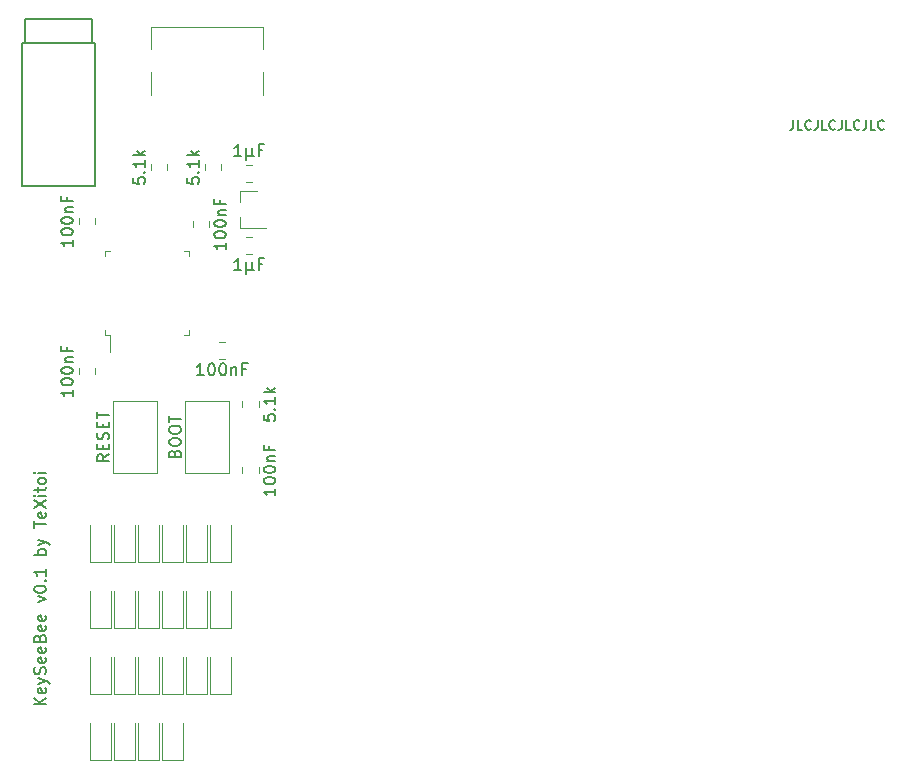
<source format=gto>
From 4589117f02c7813495719f78e581d7c812664af2 Mon Sep 17 00:00:00 2001
From: Guillaume Pinot <texitoi@texitoi.eu>
Date: Sun, 2 Aug 2020 18:34:40 +0200
Subject: generated gerber for v0.1

---
 pcb/gerbers/v0.1/right/right-F.SilkS.gto | 3158 ++++++++++++++++++++++++++++++
 1 file changed, 3158 insertions(+)
 create mode 100644 pcb/gerbers/v0.1/right/right-F.SilkS.gto

(limited to 'pcb/gerbers/v0.1/right/right-F.SilkS.gto')

diff --git a/pcb/gerbers/v0.1/right/right-F.SilkS.gto b/pcb/gerbers/v0.1/right/right-F.SilkS.gto
new file mode 100644
index 0000000..ded503e
--- /dev/null
+++ b/pcb/gerbers/v0.1/right/right-F.SilkS.gto
@@ -0,0 +1,3158 @@
+G04 #@! TF.GenerationSoftware,KiCad,Pcbnew,5.0.2+dfsg1-1*
+G04 #@! TF.CreationDate,2020-08-02T18:17:23+02:00*
+G04 #@! TF.ProjectId,right,72696768-742e-46b6-9963-61645f706362,rev?*
+G04 #@! TF.SameCoordinates,Original*
+G04 #@! TF.FileFunction,Legend,Top*
+G04 #@! TF.FilePolarity,Positive*
+%FSLAX46Y46*%
+G04 Gerber Fmt 4.6, Leading zero omitted, Abs format (unit mm)*
+G04 Created by KiCad (PCBNEW 5.0.2+dfsg1-1) date dim. 02 août 2020 18:17:23 CEST*
+%MOMM*%
+%LPD*%
+G01*
+G04 APERTURE LIST*
+%ADD10C,0.200000*%
+%ADD11C,0.120000*%
+%ADD12C,0.150000*%
+%ADD13C,1.802000*%
+%ADD14C,2.002000*%
+%ADD15C,4.102000*%
+%ADD16R,1.602000X1.602000*%
+%ADD17C,0.100000*%
+%ADD18C,1.252000*%
+%ADD19R,1.102000X1.102000*%
+%ADD20R,0.352000X1.402000*%
+%ADD21R,1.402000X0.352000*%
+%ADD22R,1.002000X0.902000*%
+%ADD23C,0.902000*%
+%ADD24O,1.102000X1.502000*%
+%ADD25O,1.102000X1.702000*%
+%ADD26C,0.752000*%
+%ADD27O,1.102000X2.202000*%
+%ADD28R,0.402000X1.552000*%
+%ADD29R,0.702000X1.552000*%
+G04 APERTURE END LIST*
+D10*
+X146418761Y-72713904D02*
+X146418761Y-73285333D01*
+X146380666Y-73399619D01*
+X146304476Y-73475809D01*
+X146190190Y-73513904D01*
+X146114000Y-73513904D01*
+X147180666Y-73513904D02*
+X146799714Y-73513904D01*
+X146799714Y-72713904D01*
+X147904476Y-73437714D02*
+X147866380Y-73475809D01*
+X147752095Y-73513904D01*
+X147675904Y-73513904D01*
+X147561619Y-73475809D01*
+X147485428Y-73399619D01*
+X147447333Y-73323428D01*
+X147409238Y-73171047D01*
+X147409238Y-73056761D01*
+X147447333Y-72904380D01*
+X147485428Y-72828190D01*
+X147561619Y-72752000D01*
+X147675904Y-72713904D01*
+X147752095Y-72713904D01*
+X147866380Y-72752000D01*
+X147904476Y-72790095D01*
+X148475904Y-72713904D02*
+X148475904Y-73285333D01*
+X148437809Y-73399619D01*
+X148361619Y-73475809D01*
+X148247333Y-73513904D01*
+X148171142Y-73513904D01*
+X149237809Y-73513904D02*
+X148856857Y-73513904D01*
+X148856857Y-72713904D01*
+X149961619Y-73437714D02*
+X149923523Y-73475809D01*
+X149809238Y-73513904D01*
+X149733047Y-73513904D01*
+X149618761Y-73475809D01*
+X149542571Y-73399619D01*
+X149504476Y-73323428D01*
+X149466380Y-73171047D01*
+X149466380Y-73056761D01*
+X149504476Y-72904380D01*
+X149542571Y-72828190D01*
+X149618761Y-72752000D01*
+X149733047Y-72713904D01*
+X149809238Y-72713904D01*
+X149923523Y-72752000D01*
+X149961619Y-72790095D01*
+X150533047Y-72713904D02*
+X150533047Y-73285333D01*
+X150494952Y-73399619D01*
+X150418761Y-73475809D01*
+X150304476Y-73513904D01*
+X150228285Y-73513904D01*
+X151294952Y-73513904D02*
+X150914000Y-73513904D01*
+X150914000Y-72713904D01*
+X152018761Y-73437714D02*
+X151980666Y-73475809D01*
+X151866380Y-73513904D01*
+X151790190Y-73513904D01*
+X151675904Y-73475809D01*
+X151599714Y-73399619D01*
+X151561619Y-73323428D01*
+X151523523Y-73171047D01*
+X151523523Y-73056761D01*
+X151561619Y-72904380D01*
+X151599714Y-72828190D01*
+X151675904Y-72752000D01*
+X151790190Y-72713904D01*
+X151866380Y-72713904D01*
+X151980666Y-72752000D01*
+X152018761Y-72790095D01*
+X152590190Y-72713904D02*
+X152590190Y-73285333D01*
+X152552095Y-73399619D01*
+X152475904Y-73475809D01*
+X152361619Y-73513904D01*
+X152285428Y-73513904D01*
+X153352095Y-73513904D02*
+X152971142Y-73513904D01*
+X152971142Y-72713904D01*
+X154075904Y-73437714D02*
+X154037809Y-73475809D01*
+X153923523Y-73513904D01*
+X153847333Y-73513904D01*
+X153733047Y-73475809D01*
+X153656857Y-73399619D01*
+X153618761Y-73323428D01*
+X153580666Y-73171047D01*
+X153580666Y-73056761D01*
+X153618761Y-72904380D01*
+X153656857Y-72828190D01*
+X153733047Y-72752000D01*
+X153847333Y-72713904D01*
+X153923523Y-72713904D01*
+X154037809Y-72752000D01*
+X154075904Y-72790095D01*
+X83129380Y-122186904D02*
+X82129380Y-122186904D01*
+X83129380Y-121615476D02*
+X82557952Y-122044047D01*
+X82129380Y-121615476D02*
+X82700809Y-122186904D01*
+X83081761Y-120805952D02*
+X83129380Y-120901190D01*
+X83129380Y-121091666D01*
+X83081761Y-121186904D01*
+X82986523Y-121234523D01*
+X82605571Y-121234523D01*
+X82510333Y-121186904D01*
+X82462714Y-121091666D01*
+X82462714Y-120901190D01*
+X82510333Y-120805952D01*
+X82605571Y-120758333D01*
+X82700809Y-120758333D01*
+X82796047Y-121234523D01*
+X82462714Y-120425000D02*
+X83129380Y-120186904D01*
+X82462714Y-119948809D02*
+X83129380Y-120186904D01*
+X83367476Y-120282142D01*
+X83415095Y-120329761D01*
+X83462714Y-120425000D01*
+X83081761Y-119615476D02*
+X83129380Y-119472619D01*
+X83129380Y-119234523D01*
+X83081761Y-119139285D01*
+X83034142Y-119091666D01*
+X82938904Y-119044047D01*
+X82843666Y-119044047D01*
+X82748428Y-119091666D01*
+X82700809Y-119139285D01*
+X82653190Y-119234523D01*
+X82605571Y-119425000D01*
+X82557952Y-119520238D01*
+X82510333Y-119567857D01*
+X82415095Y-119615476D01*
+X82319857Y-119615476D01*
+X82224619Y-119567857D01*
+X82177000Y-119520238D01*
+X82129380Y-119425000D01*
+X82129380Y-119186904D01*
+X82177000Y-119044047D01*
+X83081761Y-118234523D02*
+X83129380Y-118329761D01*
+X83129380Y-118520238D01*
+X83081761Y-118615476D01*
+X82986523Y-118663095D01*
+X82605571Y-118663095D01*
+X82510333Y-118615476D01*
+X82462714Y-118520238D01*
+X82462714Y-118329761D01*
+X82510333Y-118234523D01*
+X82605571Y-118186904D01*
+X82700809Y-118186904D01*
+X82796047Y-118663095D01*
+X83081761Y-117377380D02*
+X83129380Y-117472619D01*
+X83129380Y-117663095D01*
+X83081761Y-117758333D01*
+X82986523Y-117805952D01*
+X82605571Y-117805952D01*
+X82510333Y-117758333D01*
+X82462714Y-117663095D01*
+X82462714Y-117472619D01*
+X82510333Y-117377380D01*
+X82605571Y-117329761D01*
+X82700809Y-117329761D01*
+X82796047Y-117805952D01*
+X82605571Y-116567857D02*
+X82653190Y-116425000D01*
+X82700809Y-116377380D01*
+X82796047Y-116329761D01*
+X82938904Y-116329761D01*
+X83034142Y-116377380D01*
+X83081761Y-116425000D01*
+X83129380Y-116520238D01*
+X83129380Y-116901190D01*
+X82129380Y-116901190D01*
+X82129380Y-116567857D01*
+X82177000Y-116472619D01*
+X82224619Y-116425000D01*
+X82319857Y-116377380D01*
+X82415095Y-116377380D01*
+X82510333Y-116425000D01*
+X82557952Y-116472619D01*
+X82605571Y-116567857D01*
+X82605571Y-116901190D01*
+X83081761Y-115520238D02*
+X83129380Y-115615476D01*
+X83129380Y-115805952D01*
+X83081761Y-115901190D01*
+X82986523Y-115948809D01*
+X82605571Y-115948809D01*
+X82510333Y-115901190D01*
+X82462714Y-115805952D01*
+X82462714Y-115615476D01*
+X82510333Y-115520238D01*
+X82605571Y-115472619D01*
+X82700809Y-115472619D01*
+X82796047Y-115948809D01*
+X83081761Y-114663095D02*
+X83129380Y-114758333D01*
+X83129380Y-114948809D01*
+X83081761Y-115044047D01*
+X82986523Y-115091666D01*
+X82605571Y-115091666D01*
+X82510333Y-115044047D01*
+X82462714Y-114948809D01*
+X82462714Y-114758333D01*
+X82510333Y-114663095D01*
+X82605571Y-114615476D01*
+X82700809Y-114615476D01*
+X82796047Y-115091666D01*
+X82462714Y-113520238D02*
+X83129380Y-113282142D01*
+X82462714Y-113044047D01*
+X82129380Y-112472619D02*
+X82129380Y-112377380D01*
+X82177000Y-112282142D01*
+X82224619Y-112234523D01*
+X82319857Y-112186904D01*
+X82510333Y-112139285D01*
+X82748428Y-112139285D01*
+X82938904Y-112186904D01*
+X83034142Y-112234523D01*
+X83081761Y-112282142D01*
+X83129380Y-112377380D01*
+X83129380Y-112472619D01*
+X83081761Y-112567857D01*
+X83034142Y-112615476D01*
+X82938904Y-112663095D01*
+X82748428Y-112710714D01*
+X82510333Y-112710714D01*
+X82319857Y-112663095D01*
+X82224619Y-112615476D01*
+X82177000Y-112567857D01*
+X82129380Y-112472619D01*
+X83034142Y-111710714D02*
+X83081761Y-111663095D01*
+X83129380Y-111710714D01*
+X83081761Y-111758333D01*
+X83034142Y-111710714D01*
+X83129380Y-111710714D01*
+X83129380Y-110710714D02*
+X83129380Y-111282142D01*
+X83129380Y-110996428D02*
+X82129380Y-110996428D01*
+X82272238Y-111091666D01*
+X82367476Y-111186904D01*
+X82415095Y-111282142D01*
+X83129380Y-109520238D02*
+X82129380Y-109520238D01*
+X82510333Y-109520238D02*
+X82462714Y-109425000D01*
+X82462714Y-109234523D01*
+X82510333Y-109139285D01*
+X82557952Y-109091666D01*
+X82653190Y-109044047D01*
+X82938904Y-109044047D01*
+X83034142Y-109091666D01*
+X83081761Y-109139285D01*
+X83129380Y-109234523D01*
+X83129380Y-109425000D01*
+X83081761Y-109520238D01*
+X82462714Y-108710714D02*
+X83129380Y-108472619D01*
+X82462714Y-108234523D02*
+X83129380Y-108472619D01*
+X83367476Y-108567857D01*
+X83415095Y-108615476D01*
+X83462714Y-108710714D01*
+X82129380Y-107234523D02*
+X82129380Y-106663095D01*
+X83129380Y-106948809D02*
+X82129380Y-106948809D01*
+X83081761Y-105948809D02*
+X83129380Y-106044047D01*
+X83129380Y-106234523D01*
+X83081761Y-106329761D01*
+X82986523Y-106377380D01*
+X82605571Y-106377380D01*
+X82510333Y-106329761D01*
+X82462714Y-106234523D01*
+X82462714Y-106044047D01*
+X82510333Y-105948809D01*
+X82605571Y-105901190D01*
+X82700809Y-105901190D01*
+X82796047Y-106377380D01*
+X82129380Y-105567857D02*
+X83129380Y-104901190D01*
+X82129380Y-104901190D02*
+X83129380Y-105567857D01*
+X83129380Y-104520238D02*
+X82462714Y-104520238D01*
+X82129380Y-104520238D02*
+X82177000Y-104567857D01*
+X82224619Y-104520238D01*
+X82177000Y-104472619D01*
+X82129380Y-104520238D01*
+X82224619Y-104520238D01*
+X82462714Y-104186904D02*
+X82462714Y-103805952D01*
+X82129380Y-104044047D02*
+X82986523Y-104044047D01*
+X83081761Y-103996428D01*
+X83129380Y-103901190D01*
+X83129380Y-103805952D01*
+X83129380Y-103329761D02*
+X83081761Y-103425000D01*
+X83034142Y-103472619D01*
+X82938904Y-103520238D01*
+X82653190Y-103520238D01*
+X82557952Y-103472619D01*
+X82510333Y-103425000D01*
+X82462714Y-103329761D01*
+X82462714Y-103186904D01*
+X82510333Y-103091666D01*
+X82557952Y-103044047D01*
+X82653190Y-102996428D01*
+X82938904Y-102996428D01*
+X83034142Y-103044047D01*
+X83081761Y-103091666D01*
+X83129380Y-103186904D01*
+X83129380Y-103329761D01*
+X83129380Y-102567857D02*
+X82462714Y-102567857D01*
+X82129380Y-102567857D02*
+X82177000Y-102615476D01*
+X82224619Y-102567857D01*
+X82177000Y-102520238D01*
+X82129380Y-102567857D01*
+X82224619Y-102567857D01*
+D11*
+G04 #@! TO.C,SW2*
+X92528000Y-102628000D02*
+X88828000Y-102628000D01*
+X92528000Y-96508000D02*
+X92528000Y-102628000D01*
+X88828000Y-96508000D02*
+X92528000Y-96508000D01*
+X88828000Y-102628000D02*
+X88828000Y-96508000D01*
+G04 #@! TO.C,SW1*
+X98624000Y-96508000D02*
+X98624000Y-102628000D01*
+X98624000Y-102628000D02*
+X94924000Y-102628000D01*
+X94924000Y-102628000D02*
+X94924000Y-96508000D01*
+X94924000Y-96508000D02*
+X98624000Y-96508000D01*
+G04 #@! TO.C,C1*
+X101167000Y-102100748D02*
+X101167000Y-102623252D01*
+X99747000Y-102100748D02*
+X99747000Y-102623252D01*
+G04 #@! TO.C,C2*
+X85904000Y-81018748D02*
+X85904000Y-81541252D01*
+X87324000Y-81018748D02*
+X87324000Y-81541252D01*
+G04 #@! TO.C,C3*
+X95556000Y-81795252D02*
+X95556000Y-81272748D01*
+X96976000Y-81795252D02*
+X96976000Y-81272748D01*
+G04 #@! TO.C,C4*
+X97782748Y-92912000D02*
+X98305252Y-92912000D01*
+X97782748Y-91492000D02*
+X98305252Y-91492000D01*
+G04 #@! TO.C,C5*
+X87324000Y-93718748D02*
+X87324000Y-94241252D01*
+X85904000Y-93718748D02*
+X85904000Y-94241252D01*
+G04 #@! TO.C,C6*
+X100068748Y-84022000D02*
+X100591252Y-84022000D01*
+X100068748Y-82602000D02*
+X100591252Y-82602000D01*
+G04 #@! TO.C,C7*
+X100068748Y-76506000D02*
+X100591252Y-76506000D01*
+X100068748Y-77926000D02*
+X100591252Y-77926000D01*
+G04 #@! TO.C,D17*
+X86907000Y-126868000D02*
+X86907000Y-123718000D01*
+X88607000Y-126868000D02*
+X88607000Y-123718000D01*
+X86907000Y-126868000D02*
+X88607000Y-126868000D01*
+G04 #@! TO.C,D15*
+X86907000Y-115692000D02*
+X88607000Y-115692000D01*
+X88607000Y-115692000D02*
+X88607000Y-112542000D01*
+X86907000Y-115692000D02*
+X86907000Y-112542000D01*
+G04 #@! TO.C,D14*
+X86907000Y-110104000D02*
+X86907000Y-106954000D01*
+X88607000Y-110104000D02*
+X88607000Y-106954000D01*
+X86907000Y-110104000D02*
+X88607000Y-110104000D01*
+G04 #@! TO.C,D12*
+X93003000Y-126868000D02*
+X94703000Y-126868000D01*
+X94703000Y-126868000D02*
+X94703000Y-123718000D01*
+X93003000Y-126868000D02*
+X93003000Y-123718000D01*
+G04 #@! TO.C,D11*
+X93003000Y-121280000D02*
+X93003000Y-118130000D01*
+X94703000Y-121280000D02*
+X94703000Y-118130000D01*
+X93003000Y-121280000D02*
+X94703000Y-121280000D01*
+G04 #@! TO.C,D10*
+X93003000Y-115692000D02*
+X94703000Y-115692000D01*
+X94703000Y-115692000D02*
+X94703000Y-112542000D01*
+X93003000Y-115692000D02*
+X93003000Y-112542000D01*
+G04 #@! TO.C,D9*
+X93003000Y-110104000D02*
+X93003000Y-106954000D01*
+X94703000Y-110104000D02*
+X94703000Y-106954000D01*
+X93003000Y-110104000D02*
+X94703000Y-110104000D01*
+G04 #@! TO.C,D7*
+X97067000Y-121280000D02*
+X98767000Y-121280000D01*
+X98767000Y-121280000D02*
+X98767000Y-118130000D01*
+X97067000Y-121280000D02*
+X97067000Y-118130000D01*
+G04 #@! TO.C,D6*
+X97067000Y-115692000D02*
+X97067000Y-112542000D01*
+X98767000Y-115692000D02*
+X98767000Y-112542000D01*
+X97067000Y-115692000D02*
+X98767000Y-115692000D01*
+G04 #@! TO.C,D5*
+X97067000Y-110104000D02*
+X98767000Y-110104000D01*
+X98767000Y-110104000D02*
+X98767000Y-106954000D01*
+X97067000Y-110104000D02*
+X97067000Y-106954000D01*
+G04 #@! TO.C,D16*
+X86907000Y-121280000D02*
+X86907000Y-118130000D01*
+X88607000Y-121280000D02*
+X88607000Y-118130000D01*
+X86907000Y-121280000D02*
+X88607000Y-121280000D01*
+G04 #@! TO.C,D20*
+X95035000Y-115692000D02*
+X96735000Y-115692000D01*
+X96735000Y-115692000D02*
+X96735000Y-112542000D01*
+X95035000Y-115692000D02*
+X95035000Y-112542000D01*
+G04 #@! TO.C,D36*
+X88939000Y-126868000D02*
+X88939000Y-123718000D01*
+X90639000Y-126868000D02*
+X90639000Y-123718000D01*
+X88939000Y-126868000D02*
+X90639000Y-126868000D01*
+G04 #@! TO.C,D34*
+X88939000Y-115692000D02*
+X90639000Y-115692000D01*
+X90639000Y-115692000D02*
+X90639000Y-112542000D01*
+X88939000Y-115692000D02*
+X88939000Y-112542000D01*
+G04 #@! TO.C,D33*
+X88939000Y-110104000D02*
+X88939000Y-106954000D01*
+X90639000Y-110104000D02*
+X90639000Y-106954000D01*
+X88939000Y-110104000D02*
+X90639000Y-110104000D01*
+G04 #@! TO.C,D26*
+X90971000Y-126868000D02*
+X92671000Y-126868000D01*
+X92671000Y-126868000D02*
+X92671000Y-123718000D01*
+X90971000Y-126868000D02*
+X90971000Y-123718000D01*
+G04 #@! TO.C,D25*
+X90971000Y-121280000D02*
+X90971000Y-118130000D01*
+X92671000Y-121280000D02*
+X92671000Y-118130000D01*
+X90971000Y-121280000D02*
+X92671000Y-121280000D01*
+G04 #@! TO.C,D24*
+X90971000Y-115692000D02*
+X92671000Y-115692000D01*
+X92671000Y-115692000D02*
+X92671000Y-112542000D01*
+X90971000Y-115692000D02*
+X90971000Y-112542000D01*
+G04 #@! TO.C,D23*
+X90971000Y-110104000D02*
+X90971000Y-106954000D01*
+X92671000Y-110104000D02*
+X92671000Y-106954000D01*
+X90971000Y-110104000D02*
+X92671000Y-110104000D01*
+G04 #@! TO.C,D21*
+X95035000Y-121280000D02*
+X96735000Y-121280000D01*
+X96735000Y-121280000D02*
+X96735000Y-118130000D01*
+X95035000Y-121280000D02*
+X95035000Y-118130000D01*
+G04 #@! TO.C,D19*
+X95035000Y-110104000D02*
+X95035000Y-106954000D01*
+X96735000Y-110104000D02*
+X96735000Y-106954000D01*
+X95035000Y-110104000D02*
+X96735000Y-110104000D01*
+G04 #@! TO.C,D35*
+X88939000Y-121280000D02*
+X90639000Y-121280000D01*
+X90639000Y-121280000D02*
+X90639000Y-118130000D01*
+X88939000Y-121280000D02*
+X88939000Y-118130000D01*
+G04 #@! TO.C,U1*
+X88134000Y-83816000D02*
+X88554000Y-83816000D01*
+X95254000Y-83816000D02*
+X94834000Y-83816000D01*
+X95254000Y-90936000D02*
+X94834000Y-90936000D01*
+X88134000Y-90936000D02*
+X88134000Y-90516000D01*
+X95254000Y-83816000D02*
+X95254000Y-84236000D01*
+X88134000Y-83816000D02*
+X88134000Y-84236000D01*
+X88554000Y-90936000D02*
+X88554000Y-92316000D01*
+X88134000Y-90936000D02*
+X88554000Y-90936000D01*
+X95254000Y-90936000D02*
+X95254000Y-90516000D01*
+G04 #@! TO.C,U2*
+X99570000Y-78684000D02*
+X99570000Y-79614000D01*
+X99570000Y-81844000D02*
+X99570000Y-80914000D01*
+X99570000Y-81844000D02*
+X101730000Y-81844000D01*
+X99570000Y-78684000D02*
+X101030000Y-78684000D01*
+G04 #@! TO.C,R7*
+X97992000Y-76446748D02*
+X97992000Y-76969252D01*
+X96572000Y-76446748D02*
+X96572000Y-76969252D01*
+G04 #@! TO.C,R6*
+X92000000Y-76446748D02*
+X92000000Y-76969252D01*
+X93420000Y-76446748D02*
+X93420000Y-76969252D01*
+G04 #@! TO.C,R1*
+X101167000Y-96512748D02*
+X101167000Y-97035252D01*
+X99747000Y-96512748D02*
+X99747000Y-97035252D01*
+D12*
+G04 #@! TO.C,J2*
+X87001000Y-64167000D02*
+X81401000Y-64167000D01*
+X81401000Y-66167000D02*
+X81401000Y-64167000D01*
+X87001000Y-66167000D02*
+X87001000Y-64167000D01*
+X81151000Y-66167000D02*
+X81151000Y-78267000D01*
+X87251000Y-66167000D02*
+X87251000Y-78267000D01*
+X87251000Y-78267000D02*
+X81151000Y-78267000D01*
+X87251000Y-66167000D02*
+X81151000Y-66167000D01*
+D11*
+G04 #@! TO.C,J1*
+X101474000Y-66707000D02*
+X101474000Y-64807000D01*
+X101474000Y-70607000D02*
+X101474000Y-68607000D01*
+X92074000Y-66707000D02*
+X92074000Y-64807000D01*
+X92074000Y-70607000D02*
+X92074000Y-68607000D01*
+X101474000Y-64807000D02*
+X92074000Y-64807000D01*
+G04 #@! TO.C,SW2*
+D12*
+X88463380Y-101020380D02*
+X87987190Y-101353714D01*
+X88463380Y-101591809D02*
+X87463380Y-101591809D01*
+X87463380Y-101210857D01*
+X87511000Y-101115619D01*
+X87558619Y-101068000D01*
+X87653857Y-101020380D01*
+X87796714Y-101020380D01*
+X87891952Y-101068000D01*
+X87939571Y-101115619D01*
+X87987190Y-101210857D01*
+X87987190Y-101591809D01*
+X87939571Y-100591809D02*
+X87939571Y-100258476D01*
+X88463380Y-100115619D02*
+X88463380Y-100591809D01*
+X87463380Y-100591809D01*
+X87463380Y-100115619D01*
+X88415761Y-99734666D02*
+X88463380Y-99591809D01*
+X88463380Y-99353714D01*
+X88415761Y-99258476D01*
+X88368142Y-99210857D01*
+X88272904Y-99163238D01*
+X88177666Y-99163238D01*
+X88082428Y-99210857D01*
+X88034809Y-99258476D01*
+X87987190Y-99353714D01*
+X87939571Y-99544190D01*
+X87891952Y-99639428D01*
+X87844333Y-99687047D01*
+X87749095Y-99734666D01*
+X87653857Y-99734666D01*
+X87558619Y-99687047D01*
+X87511000Y-99639428D01*
+X87463380Y-99544190D01*
+X87463380Y-99306095D01*
+X87511000Y-99163238D01*
+X87939571Y-98734666D02*
+X87939571Y-98401333D01*
+X88463380Y-98258476D02*
+X88463380Y-98734666D01*
+X87463380Y-98734666D01*
+X87463380Y-98258476D01*
+X87463380Y-97972761D02*
+X87463380Y-97401333D01*
+X88463380Y-97687047D02*
+X87463380Y-97687047D01*
+G04 #@! TO.C,SW1*
+X94035571Y-100925142D02*
+X94083190Y-100782285D01*
+X94130809Y-100734666D01*
+X94226047Y-100687047D01*
+X94368904Y-100687047D01*
+X94464142Y-100734666D01*
+X94511761Y-100782285D01*
+X94559380Y-100877523D01*
+X94559380Y-101258476D01*
+X93559380Y-101258476D01*
+X93559380Y-100925142D01*
+X93607000Y-100829904D01*
+X93654619Y-100782285D01*
+X93749857Y-100734666D01*
+X93845095Y-100734666D01*
+X93940333Y-100782285D01*
+X93987952Y-100829904D01*
+X94035571Y-100925142D01*
+X94035571Y-101258476D01*
+X93559380Y-100068000D02*
+X93559380Y-99877523D01*
+X93607000Y-99782285D01*
+X93702238Y-99687047D01*
+X93892714Y-99639428D01*
+X94226047Y-99639428D01*
+X94416523Y-99687047D01*
+X94511761Y-99782285D01*
+X94559380Y-99877523D01*
+X94559380Y-100068000D01*
+X94511761Y-100163238D01*
+X94416523Y-100258476D01*
+X94226047Y-100306095D01*
+X93892714Y-100306095D01*
+X93702238Y-100258476D01*
+X93607000Y-100163238D01*
+X93559380Y-100068000D01*
+X93559380Y-99020380D02*
+X93559380Y-98829904D01*
+X93607000Y-98734666D01*
+X93702238Y-98639428D01*
+X93892714Y-98591809D01*
+X94226047Y-98591809D01*
+X94416523Y-98639428D01*
+X94511761Y-98734666D01*
+X94559380Y-98829904D01*
+X94559380Y-99020380D01*
+X94511761Y-99115619D01*
+X94416523Y-99210857D01*
+X94226047Y-99258476D01*
+X93892714Y-99258476D01*
+X93702238Y-99210857D01*
+X93607000Y-99115619D01*
+X93559380Y-99020380D01*
+X93559380Y-98306095D02*
+X93559380Y-97734666D01*
+X94559380Y-98020380D02*
+X93559380Y-98020380D01*
+G04 #@! TO.C,C1*
+X102560380Y-103909619D02*
+X102560380Y-104481047D01*
+X102560380Y-104195333D02*
+X101560380Y-104195333D01*
+X101703238Y-104290571D01*
+X101798476Y-104385809D01*
+X101846095Y-104481047D01*
+X101560380Y-103290571D02*
+X101560380Y-103195333D01*
+X101608000Y-103100095D01*
+X101655619Y-103052476D01*
+X101750857Y-103004857D01*
+X101941333Y-102957238D01*
+X102179428Y-102957238D01*
+X102369904Y-103004857D01*
+X102465142Y-103052476D01*
+X102512761Y-103100095D01*
+X102560380Y-103195333D01*
+X102560380Y-103290571D01*
+X102512761Y-103385809D01*
+X102465142Y-103433428D01*
+X102369904Y-103481047D01*
+X102179428Y-103528666D01*
+X101941333Y-103528666D01*
+X101750857Y-103481047D01*
+X101655619Y-103433428D01*
+X101608000Y-103385809D01*
+X101560380Y-103290571D01*
+X101560380Y-102338190D02*
+X101560380Y-102242952D01*
+X101608000Y-102147714D01*
+X101655619Y-102100095D01*
+X101750857Y-102052476D01*
+X101941333Y-102004857D01*
+X102179428Y-102004857D01*
+X102369904Y-102052476D01*
+X102465142Y-102100095D01*
+X102512761Y-102147714D01*
+X102560380Y-102242952D01*
+X102560380Y-102338190D01*
+X102512761Y-102433428D01*
+X102465142Y-102481047D01*
+X102369904Y-102528666D01*
+X102179428Y-102576285D01*
+X101941333Y-102576285D01*
+X101750857Y-102528666D01*
+X101655619Y-102481047D01*
+X101608000Y-102433428D01*
+X101560380Y-102338190D01*
+X101893714Y-101576285D02*
+X102560380Y-101576285D01*
+X101988952Y-101576285D02*
+X101941333Y-101528666D01*
+X101893714Y-101433428D01*
+X101893714Y-101290571D01*
+X101941333Y-101195333D01*
+X102036571Y-101147714D01*
+X102560380Y-101147714D01*
+X102036571Y-100338190D02*
+X102036571Y-100671523D01*
+X102560380Y-100671523D02*
+X101560380Y-100671523D01*
+X101560380Y-100195333D01*
+G04 #@! TO.C,C2*
+X85416380Y-82827619D02*
+X85416380Y-83399047D01*
+X85416380Y-83113333D02*
+X84416380Y-83113333D01*
+X84559238Y-83208571D01*
+X84654476Y-83303809D01*
+X84702095Y-83399047D01*
+X84416380Y-82208571D02*
+X84416380Y-82113333D01*
+X84464000Y-82018095D01*
+X84511619Y-81970476D01*
+X84606857Y-81922857D01*
+X84797333Y-81875238D01*
+X85035428Y-81875238D01*
+X85225904Y-81922857D01*
+X85321142Y-81970476D01*
+X85368761Y-82018095D01*
+X85416380Y-82113333D01*
+X85416380Y-82208571D01*
+X85368761Y-82303809D01*
+X85321142Y-82351428D01*
+X85225904Y-82399047D01*
+X85035428Y-82446666D01*
+X84797333Y-82446666D01*
+X84606857Y-82399047D01*
+X84511619Y-82351428D01*
+X84464000Y-82303809D01*
+X84416380Y-82208571D01*
+X84416380Y-81256190D02*
+X84416380Y-81160952D01*
+X84464000Y-81065714D01*
+X84511619Y-81018095D01*
+X84606857Y-80970476D01*
+X84797333Y-80922857D01*
+X85035428Y-80922857D01*
+X85225904Y-80970476D01*
+X85321142Y-81018095D01*
+X85368761Y-81065714D01*
+X85416380Y-81160952D01*
+X85416380Y-81256190D01*
+X85368761Y-81351428D01*
+X85321142Y-81399047D01*
+X85225904Y-81446666D01*
+X85035428Y-81494285D01*
+X84797333Y-81494285D01*
+X84606857Y-81446666D01*
+X84511619Y-81399047D01*
+X84464000Y-81351428D01*
+X84416380Y-81256190D01*
+X84749714Y-80494285D02*
+X85416380Y-80494285D01*
+X84844952Y-80494285D02*
+X84797333Y-80446666D01*
+X84749714Y-80351428D01*
+X84749714Y-80208571D01*
+X84797333Y-80113333D01*
+X84892571Y-80065714D01*
+X85416380Y-80065714D01*
+X84892571Y-79256190D02*
+X84892571Y-79589523D01*
+X85416380Y-79589523D02*
+X84416380Y-79589523D01*
+X84416380Y-79113333D01*
+G04 #@! TO.C,C3*
+X98369380Y-83081619D02*
+X98369380Y-83653047D01*
+X98369380Y-83367333D02*
+X97369380Y-83367333D01*
+X97512238Y-83462571D01*
+X97607476Y-83557809D01*
+X97655095Y-83653047D01*
+X97369380Y-82462571D02*
+X97369380Y-82367333D01*
+X97417000Y-82272095D01*
+X97464619Y-82224476D01*
+X97559857Y-82176857D01*
+X97750333Y-82129238D01*
+X97988428Y-82129238D01*
+X98178904Y-82176857D01*
+X98274142Y-82224476D01*
+X98321761Y-82272095D01*
+X98369380Y-82367333D01*
+X98369380Y-82462571D01*
+X98321761Y-82557809D01*
+X98274142Y-82605428D01*
+X98178904Y-82653047D01*
+X97988428Y-82700666D01*
+X97750333Y-82700666D01*
+X97559857Y-82653047D01*
+X97464619Y-82605428D01*
+X97417000Y-82557809D01*
+X97369380Y-82462571D01*
+X97369380Y-81510190D02*
+X97369380Y-81414952D01*
+X97417000Y-81319714D01*
+X97464619Y-81272095D01*
+X97559857Y-81224476D01*
+X97750333Y-81176857D01*
+X97988428Y-81176857D01*
+X98178904Y-81224476D01*
+X98274142Y-81272095D01*
+X98321761Y-81319714D01*
+X98369380Y-81414952D01*
+X98369380Y-81510190D01*
+X98321761Y-81605428D01*
+X98274142Y-81653047D01*
+X98178904Y-81700666D01*
+X97988428Y-81748285D01*
+X97750333Y-81748285D01*
+X97559857Y-81700666D01*
+X97464619Y-81653047D01*
+X97417000Y-81605428D01*
+X97369380Y-81510190D01*
+X97702714Y-80748285D02*
+X98369380Y-80748285D01*
+X97797952Y-80748285D02*
+X97750333Y-80700666D01*
+X97702714Y-80605428D01*
+X97702714Y-80462571D01*
+X97750333Y-80367333D01*
+X97845571Y-80319714D01*
+X98369380Y-80319714D01*
+X97845571Y-79510190D02*
+X97845571Y-79843523D01*
+X98369380Y-79843523D02*
+X97369380Y-79843523D01*
+X97369380Y-79367333D01*
+G04 #@! TO.C,C4*
+X96496380Y-94304380D02*
+X95924952Y-94304380D01*
+X96210666Y-94304380D02*
+X96210666Y-93304380D01*
+X96115428Y-93447238D01*
+X96020190Y-93542476D01*
+X95924952Y-93590095D01*
+X97115428Y-93304380D02*
+X97210666Y-93304380D01*
+X97305904Y-93352000D01*
+X97353523Y-93399619D01*
+X97401142Y-93494857D01*
+X97448761Y-93685333D01*
+X97448761Y-93923428D01*
+X97401142Y-94113904D01*
+X97353523Y-94209142D01*
+X97305904Y-94256761D01*
+X97210666Y-94304380D01*
+X97115428Y-94304380D01*
+X97020190Y-94256761D01*
+X96972571Y-94209142D01*
+X96924952Y-94113904D01*
+X96877333Y-93923428D01*
+X96877333Y-93685333D01*
+X96924952Y-93494857D01*
+X96972571Y-93399619D01*
+X97020190Y-93352000D01*
+X97115428Y-93304380D01*
+X98067809Y-93304380D02*
+X98163047Y-93304380D01*
+X98258285Y-93352000D01*
+X98305904Y-93399619D01*
+X98353523Y-93494857D01*
+X98401142Y-93685333D01*
+X98401142Y-93923428D01*
+X98353523Y-94113904D01*
+X98305904Y-94209142D01*
+X98258285Y-94256761D01*
+X98163047Y-94304380D01*
+X98067809Y-94304380D01*
+X97972571Y-94256761D01*
+X97924952Y-94209142D01*
+X97877333Y-94113904D01*
+X97829714Y-93923428D01*
+X97829714Y-93685333D01*
+X97877333Y-93494857D01*
+X97924952Y-93399619D01*
+X97972571Y-93352000D01*
+X98067809Y-93304380D01*
+X98829714Y-93637714D02*
+X98829714Y-94304380D01*
+X98829714Y-93732952D02*
+X98877333Y-93685333D01*
+X98972571Y-93637714D01*
+X99115428Y-93637714D01*
+X99210666Y-93685333D01*
+X99258285Y-93780571D01*
+X99258285Y-94304380D01*
+X100067809Y-93780571D02*
+X99734476Y-93780571D01*
+X99734476Y-94304380D02*
+X99734476Y-93304380D01*
+X100210666Y-93304380D01*
+G04 #@! TO.C,C5*
+X85416380Y-95527619D02*
+X85416380Y-96099047D01*
+X85416380Y-95813333D02*
+X84416380Y-95813333D01*
+X84559238Y-95908571D01*
+X84654476Y-96003809D01*
+X84702095Y-96099047D01*
+X84416380Y-94908571D02*
+X84416380Y-94813333D01*
+X84464000Y-94718095D01*
+X84511619Y-94670476D01*
+X84606857Y-94622857D01*
+X84797333Y-94575238D01*
+X85035428Y-94575238D01*
+X85225904Y-94622857D01*
+X85321142Y-94670476D01*
+X85368761Y-94718095D01*
+X85416380Y-94813333D01*
+X85416380Y-94908571D01*
+X85368761Y-95003809D01*
+X85321142Y-95051428D01*
+X85225904Y-95099047D01*
+X85035428Y-95146666D01*
+X84797333Y-95146666D01*
+X84606857Y-95099047D01*
+X84511619Y-95051428D01*
+X84464000Y-95003809D01*
+X84416380Y-94908571D01*
+X84416380Y-93956190D02*
+X84416380Y-93860952D01*
+X84464000Y-93765714D01*
+X84511619Y-93718095D01*
+X84606857Y-93670476D01*
+X84797333Y-93622857D01*
+X85035428Y-93622857D01*
+X85225904Y-93670476D01*
+X85321142Y-93718095D01*
+X85368761Y-93765714D01*
+X85416380Y-93860952D01*
+X85416380Y-93956190D01*
+X85368761Y-94051428D01*
+X85321142Y-94099047D01*
+X85225904Y-94146666D01*
+X85035428Y-94194285D01*
+X84797333Y-94194285D01*
+X84606857Y-94146666D01*
+X84511619Y-94099047D01*
+X84464000Y-94051428D01*
+X84416380Y-93956190D01*
+X84749714Y-93194285D02*
+X85416380Y-93194285D01*
+X84844952Y-93194285D02*
+X84797333Y-93146666D01*
+X84749714Y-93051428D01*
+X84749714Y-92908571D01*
+X84797333Y-92813333D01*
+X84892571Y-92765714D01*
+X85416380Y-92765714D01*
+X84892571Y-91956190D02*
+X84892571Y-92289523D01*
+X85416380Y-92289523D02*
+X84416380Y-92289523D01*
+X84416380Y-91813333D01*
+G04 #@! TO.C,C6*
+X99663333Y-85414380D02*
+X99091904Y-85414380D01*
+X99377619Y-85414380D02*
+X99377619Y-84414380D01*
+X99282380Y-84557238D01*
+X99187142Y-84652476D01*
+X99091904Y-84700095D01*
+X100091904Y-84747714D02*
+X100091904Y-85747714D01*
+X100568095Y-85271523D02*
+X100615714Y-85366761D01*
+X100710952Y-85414380D01*
+X100091904Y-85271523D02*
+X100139523Y-85366761D01*
+X100234761Y-85414380D01*
+X100425238Y-85414380D01*
+X100520476Y-85366761D01*
+X100568095Y-85271523D01*
+X100568095Y-84747714D01*
+X101472857Y-84890571D02*
+X101139523Y-84890571D01*
+X101139523Y-85414380D02*
+X101139523Y-84414380D01*
+X101615714Y-84414380D01*
+G04 #@! TO.C,C7*
+X99663333Y-75763380D02*
+X99091904Y-75763380D01*
+X99377619Y-75763380D02*
+X99377619Y-74763380D01*
+X99282380Y-74906238D01*
+X99187142Y-75001476D01*
+X99091904Y-75049095D01*
+X100091904Y-75096714D02*
+X100091904Y-76096714D01*
+X100568095Y-75620523D02*
+X100615714Y-75715761D01*
+X100710952Y-75763380D01*
+X100091904Y-75620523D02*
+X100139523Y-75715761D01*
+X100234761Y-75763380D01*
+X100425238Y-75763380D01*
+X100520476Y-75715761D01*
+X100568095Y-75620523D01*
+X100568095Y-75096714D01*
+X101472857Y-75239571D02*
+X101139523Y-75239571D01*
+X101139523Y-75763380D02*
+X101139523Y-74763380D01*
+X101615714Y-74763380D01*
+G04 #@! TO.C,R7*
+X95084380Y-77588952D02*
+X95084380Y-78065142D01*
+X95560571Y-78112761D01*
+X95512952Y-78065142D01*
+X95465333Y-77969904D01*
+X95465333Y-77731809D01*
+X95512952Y-77636571D01*
+X95560571Y-77588952D01*
+X95655809Y-77541333D01*
+X95893904Y-77541333D01*
+X95989142Y-77588952D01*
+X96036761Y-77636571D01*
+X96084380Y-77731809D01*
+X96084380Y-77969904D01*
+X96036761Y-78065142D01*
+X95989142Y-78112761D01*
+X95989142Y-77112761D02*
+X96036761Y-77065142D01*
+X96084380Y-77112761D01*
+X96036761Y-77160380D01*
+X95989142Y-77112761D01*
+X96084380Y-77112761D01*
+X96084380Y-76112761D02*
+X96084380Y-76684190D01*
+X96084380Y-76398476D02*
+X95084380Y-76398476D01*
+X95227238Y-76493714D01*
+X95322476Y-76588952D01*
+X95370095Y-76684190D01*
+X96084380Y-75684190D02*
+X95084380Y-75684190D01*
+X95703428Y-75588952D02*
+X96084380Y-75303238D01*
+X95417714Y-75303238D02*
+X95798666Y-75684190D01*
+G04 #@! TO.C,R6*
+X90512380Y-77588952D02*
+X90512380Y-78065142D01*
+X90988571Y-78112761D01*
+X90940952Y-78065142D01*
+X90893333Y-77969904D01*
+X90893333Y-77731809D01*
+X90940952Y-77636571D01*
+X90988571Y-77588952D01*
+X91083809Y-77541333D01*
+X91321904Y-77541333D01*
+X91417142Y-77588952D01*
+X91464761Y-77636571D01*
+X91512380Y-77731809D01*
+X91512380Y-77969904D01*
+X91464761Y-78065142D01*
+X91417142Y-78112761D01*
+X91417142Y-77112761D02*
+X91464761Y-77065142D01*
+X91512380Y-77112761D01*
+X91464761Y-77160380D01*
+X91417142Y-77112761D01*
+X91512380Y-77112761D01*
+X91512380Y-76112761D02*
+X91512380Y-76684190D01*
+X91512380Y-76398476D02*
+X90512380Y-76398476D01*
+X90655238Y-76493714D01*
+X90750476Y-76588952D01*
+X90798095Y-76684190D01*
+X91512380Y-75684190D02*
+X90512380Y-75684190D01*
+X91131428Y-75588952D02*
+X91512380Y-75303238D01*
+X90845714Y-75303238D02*
+X91226666Y-75684190D01*
+G04 #@! TO.C,R1*
+X101560380Y-97654952D02*
+X101560380Y-98131142D01*
+X102036571Y-98178761D01*
+X101988952Y-98131142D01*
+X101941333Y-98035904D01*
+X101941333Y-97797809D01*
+X101988952Y-97702571D01*
+X102036571Y-97654952D01*
+X102131809Y-97607333D01*
+X102369904Y-97607333D01*
+X102465142Y-97654952D01*
+X102512761Y-97702571D01*
+X102560380Y-97797809D01*
+X102560380Y-98035904D01*
+X102512761Y-98131142D01*
+X102465142Y-98178761D01*
+X102465142Y-97178761D02*
+X102512761Y-97131142D01*
+X102560380Y-97178761D01*
+X102512761Y-97226380D01*
+X102465142Y-97178761D01*
+X102560380Y-97178761D01*
+X102560380Y-96178761D02*
+X102560380Y-96750190D01*
+X102560380Y-96464476D02*
+X101560380Y-96464476D01*
+X101703238Y-96559714D01*
+X101798476Y-96654952D01*
+X101846095Y-96750190D01*
+X102560380Y-95750190D02*
+X101560380Y-95750190D01*
+X102179428Y-95654952D02*
+X102560380Y-95369238D01*
+X101893714Y-95369238D02*
+X102274666Y-95750190D01*
+G04 #@! TD*
+%LPC*%
+D13*
+G04 #@! TO.C,SW15*
+X95021733Y-138918685D03*
+X104114267Y-134385315D03*
+D14*
+X104490139Y-134197912D03*
+X94645861Y-139106088D03*
+D15*
+X99568000Y-136652000D03*
+G04 #@! TD*
+G04 #@! TO.C,SW3*
+X207264000Y-84582000D03*
+D14*
+X201764000Y-84582000D03*
+X212764000Y-84582000D03*
+D13*
+X212344000Y-84582000D03*
+X202184000Y-84582000D03*
+G04 #@! TD*
+G04 #@! TO.C,SW4*
+X202184000Y-103632000D03*
+X212344000Y-103632000D03*
+D14*
+X212764000Y-103632000D03*
+X201764000Y-103632000D03*
+D15*
+X207264000Y-103632000D03*
+G04 #@! TD*
+G04 #@! TO.C,SW5*
+X207264000Y-122682000D03*
+D14*
+X201764000Y-122682000D03*
+X212764000Y-122682000D03*
+D13*
+X212344000Y-122682000D03*
+X202184000Y-122682000D03*
+G04 #@! TD*
+G04 #@! TO.C,SW7*
+X164084000Y-71882000D03*
+X174244000Y-71882000D03*
+D14*
+X174664000Y-71882000D03*
+X163664000Y-71882000D03*
+D15*
+X169164000Y-71882000D03*
+G04 #@! TD*
+G04 #@! TO.C,SW13*
+X112014000Y-93472000D03*
+D14*
+X106514000Y-93472000D03*
+X117514000Y-93472000D03*
+D13*
+X117094000Y-93472000D03*
+X106934000Y-93472000D03*
+G04 #@! TD*
+G04 #@! TO.C,SW8*
+X164084000Y-90932000D03*
+X174244000Y-90932000D03*
+D14*
+X174664000Y-90932000D03*
+X163664000Y-90932000D03*
+D15*
+X169164000Y-90932000D03*
+G04 #@! TD*
+G04 #@! TO.C,SW9*
+X169164000Y-109982000D03*
+D14*
+X163664000Y-109982000D03*
+X174664000Y-109982000D03*
+D13*
+X174244000Y-109982000D03*
+X164084000Y-109982000D03*
+G04 #@! TD*
+G04 #@! TO.C,SW10*
+X155194000Y-129032000D03*
+X165354000Y-129032000D03*
+D14*
+X165774000Y-129032000D03*
+X154774000Y-129032000D03*
+D15*
+X160274000Y-129032000D03*
+G04 #@! TD*
+G04 #@! TO.C,SW12*
+X112014000Y-74422000D03*
+D14*
+X106514000Y-74422000D03*
+X117514000Y-74422000D03*
+D13*
+X117094000Y-74422000D03*
+X106934000Y-74422000D03*
+G04 #@! TD*
+G04 #@! TO.C,SW14*
+X106934000Y-112522000D03*
+X117094000Y-112522000D03*
+D14*
+X117514000Y-112522000D03*
+X106514000Y-112522000D03*
+D15*
+X112014000Y-112522000D03*
+G04 #@! TD*
+G04 #@! TO.C,SW17*
+X188214000Y-82042000D03*
+D14*
+X182714000Y-82042000D03*
+X193714000Y-82042000D03*
+D13*
+X193294000Y-82042000D03*
+X183134000Y-82042000D03*
+G04 #@! TD*
+G04 #@! TO.C,SW18*
+X183134000Y-101092000D03*
+X193294000Y-101092000D03*
+D14*
+X193714000Y-101092000D03*
+X182714000Y-101092000D03*
+D15*
+X188214000Y-101092000D03*
+G04 #@! TD*
+G04 #@! TO.C,SW19*
+X188214000Y-120142000D03*
+D14*
+X182714000Y-120142000D03*
+X193714000Y-120142000D03*
+D13*
+X193294000Y-120142000D03*
+X183134000Y-120142000D03*
+G04 #@! TD*
+G04 #@! TO.C,SW21*
+X145034000Y-69342000D03*
+X155194000Y-69342000D03*
+D14*
+X155614000Y-69342000D03*
+X144614000Y-69342000D03*
+D15*
+X150114000Y-69342000D03*
+G04 #@! TD*
+G04 #@! TO.C,SW22*
+X150114000Y-88392000D03*
+D14*
+X144614000Y-88392000D03*
+X155614000Y-88392000D03*
+D13*
+X155194000Y-88392000D03*
+X145034000Y-88392000D03*
+G04 #@! TD*
+G04 #@! TO.C,SW23*
+X145034000Y-107442000D03*
+X155194000Y-107442000D03*
+D14*
+X155614000Y-107442000D03*
+X144614000Y-107442000D03*
+D15*
+X150114000Y-107442000D03*
+G04 #@! TD*
+G04 #@! TO.C,SW31*
+X131064000Y-71882000D03*
+D14*
+X125564000Y-71882000D03*
+X136564000Y-71882000D03*
+D13*
+X136144000Y-71882000D03*
+X125984000Y-71882000D03*
+G04 #@! TD*
+G04 #@! TO.C,SW32*
+X125984000Y-90932000D03*
+X136144000Y-90932000D03*
+D14*
+X136564000Y-90932000D03*
+X125564000Y-90932000D03*
+D15*
+X131064000Y-90932000D03*
+G04 #@! TD*
+G04 #@! TO.C,SW33*
+X131064000Y-109982000D03*
+D14*
+X125564000Y-109982000D03*
+X136564000Y-109982000D03*
+D13*
+X136144000Y-109982000D03*
+X125984000Y-109982000D03*
+G04 #@! TD*
+G04 #@! TO.C,SW34*
+X117094000Y-131572000D03*
+X127254000Y-131572000D03*
+D14*
+X127674000Y-131572000D03*
+X116674000Y-131572000D03*
+D15*
+X122174000Y-131572000D03*
+G04 #@! TD*
+G04 #@! TO.C,SW24*
+X141224000Y-129032000D03*
+D14*
+X135724000Y-129032000D03*
+X146724000Y-129032000D03*
+D13*
+X146304000Y-129032000D03*
+X136144000Y-129032000D03*
+G04 #@! TD*
+D16*
+G04 #@! TO.C,SW2*
+X90678000Y-95668000D03*
+X90678000Y-103468000D03*
+G04 #@! TD*
+G04 #@! TO.C,SW1*
+X96774000Y-95668000D03*
+X96774000Y-103468000D03*
+G04 #@! TD*
+D17*
+G04 #@! TO.C,C1*
+G36*
+X100962505Y-100712311D02*
+X100988925Y-100716230D01*
+X101014835Y-100722720D01*
+X101039983Y-100731718D01*
+X101064128Y-100743138D01*
+X101087038Y-100756869D01*
+X101108492Y-100772780D01*
+X101128282Y-100790718D01*
+X101146220Y-100810508D01*
+X101162131Y-100831962D01*
+X101175862Y-100854872D01*
+X101187282Y-100879017D01*
+X101196280Y-100904165D01*
+X101202770Y-100930075D01*
+X101206689Y-100956495D01*
+X101208000Y-100983173D01*
+X101208000Y-101690827D01*
+X101206689Y-101717505D01*
+X101202770Y-101743925D01*
+X101196280Y-101769835D01*
+X101187282Y-101794983D01*
+X101175862Y-101819128D01*
+X101162131Y-101842038D01*
+X101146220Y-101863492D01*
+X101128282Y-101883282D01*
+X101108492Y-101901220D01*
+X101087038Y-101917131D01*
+X101064128Y-101930862D01*
+X101039983Y-101942282D01*
+X101014835Y-101951280D01*
+X100988925Y-101957770D01*
+X100962505Y-101961689D01*
+X100935827Y-101963000D01*
+X99978173Y-101963000D01*
+X99951495Y-101961689D01*
+X99925075Y-101957770D01*
+X99899165Y-101951280D01*
+X99874017Y-101942282D01*
+X99849872Y-101930862D01*
+X99826962Y-101917131D01*
+X99805508Y-101901220D01*
+X99785718Y-101883282D01*
+X99767780Y-101863492D01*
+X99751869Y-101842038D01*
+X99738138Y-101819128D01*
+X99726718Y-101794983D01*
+X99717720Y-101769835D01*
+X99711230Y-101743925D01*
+X99707311Y-101717505D01*
+X99706000Y-101690827D01*
+X99706000Y-100983173D01*
+X99707311Y-100956495D01*
+X99711230Y-100930075D01*
+X99717720Y-100904165D01*
+X99726718Y-100879017D01*
+X99738138Y-100854872D01*
+X99751869Y-100831962D01*
+X99767780Y-100810508D01*
+X99785718Y-100790718D01*
+X99805508Y-100772780D01*
+X99826962Y-100756869D01*
+X99849872Y-100743138D01*
+X99874017Y-100731718D01*
+X99899165Y-100722720D01*
+X99925075Y-100716230D01*
+X99951495Y-100712311D01*
+X99978173Y-100711000D01*
+X100935827Y-100711000D01*
+X100962505Y-100712311D01*
+X100962505Y-100712311D01*
+G37*
+D18*
+X100457000Y-101337000D03*
+D17*
+G36*
+X100962505Y-102762311D02*
+X100988925Y-102766230D01*
+X101014835Y-102772720D01*
+X101039983Y-102781718D01*
+X101064128Y-102793138D01*
+X101087038Y-102806869D01*
+X101108492Y-102822780D01*
+X101128282Y-102840718D01*
+X101146220Y-102860508D01*
+X101162131Y-102881962D01*
+X101175862Y-102904872D01*
+X101187282Y-102929017D01*
+X101196280Y-102954165D01*
+X101202770Y-102980075D01*
+X101206689Y-103006495D01*
+X101208000Y-103033173D01*
+X101208000Y-103740827D01*
+X101206689Y-103767505D01*
+X101202770Y-103793925D01*
+X101196280Y-103819835D01*
+X101187282Y-103844983D01*
+X101175862Y-103869128D01*
+X101162131Y-103892038D01*
+X101146220Y-103913492D01*
+X101128282Y-103933282D01*
+X101108492Y-103951220D01*
+X101087038Y-103967131D01*
+X101064128Y-103980862D01*
+X101039983Y-103992282D01*
+X101014835Y-104001280D01*
+X100988925Y-104007770D01*
+X100962505Y-104011689D01*
+X100935827Y-104013000D01*
+X99978173Y-104013000D01*
+X99951495Y-104011689D01*
+X99925075Y-104007770D01*
+X99899165Y-104001280D01*
+X99874017Y-103992282D01*
+X99849872Y-103980862D01*
+X99826962Y-103967131D01*
+X99805508Y-103951220D01*
+X99785718Y-103933282D01*
+X99767780Y-103913492D01*
+X99751869Y-103892038D01*
+X99738138Y-103869128D01*
+X99726718Y-103844983D01*
+X99717720Y-103819835D01*
+X99711230Y-103793925D01*
+X99707311Y-103767505D01*
+X99706000Y-103740827D01*
+X99706000Y-103033173D01*
+X99707311Y-103006495D01*
+X99711230Y-102980075D01*
+X99717720Y-102954165D01*
+X99726718Y-102929017D01*
+X99738138Y-102904872D01*
+X99751869Y-102881962D01*
+X99767780Y-102860508D01*
+X99785718Y-102840718D01*
+X99805508Y-102822780D01*
+X99826962Y-102806869D01*
+X99849872Y-102793138D01*
+X99874017Y-102781718D01*
+X99899165Y-102772720D01*
+X99925075Y-102766230D01*
+X99951495Y-102762311D01*
+X99978173Y-102761000D01*
+X100935827Y-102761000D01*
+X100962505Y-102762311D01*
+X100962505Y-102762311D01*
+G37*
+D18*
+X100457000Y-103387000D03*
+G04 #@! TD*
+D17*
+G04 #@! TO.C,C2*
+G36*
+X87119505Y-81680311D02*
+X87145925Y-81684230D01*
+X87171835Y-81690720D01*
+X87196983Y-81699718D01*
+X87221128Y-81711138D01*
+X87244038Y-81724869D01*
+X87265492Y-81740780D01*
+X87285282Y-81758718D01*
+X87303220Y-81778508D01*
+X87319131Y-81799962D01*
+X87332862Y-81822872D01*
+X87344282Y-81847017D01*
+X87353280Y-81872165D01*
+X87359770Y-81898075D01*
+X87363689Y-81924495D01*
+X87365000Y-81951173D01*
+X87365000Y-82658827D01*
+X87363689Y-82685505D01*
+X87359770Y-82711925D01*
+X87353280Y-82737835D01*
+X87344282Y-82762983D01*
+X87332862Y-82787128D01*
+X87319131Y-82810038D01*
+X87303220Y-82831492D01*
+X87285282Y-82851282D01*
+X87265492Y-82869220D01*
+X87244038Y-82885131D01*
+X87221128Y-82898862D01*
+X87196983Y-82910282D01*
+X87171835Y-82919280D01*
+X87145925Y-82925770D01*
+X87119505Y-82929689D01*
+X87092827Y-82931000D01*
+X86135173Y-82931000D01*
+X86108495Y-82929689D01*
+X86082075Y-82925770D01*
+X86056165Y-82919280D01*
+X86031017Y-82910282D01*
+X86006872Y-82898862D01*
+X85983962Y-82885131D01*
+X85962508Y-82869220D01*
+X85942718Y-82851282D01*
+X85924780Y-82831492D01*
+X85908869Y-82810038D01*
+X85895138Y-82787128D01*
+X85883718Y-82762983D01*
+X85874720Y-82737835D01*
+X85868230Y-82711925D01*
+X85864311Y-82685505D01*
+X85863000Y-82658827D01*
+X85863000Y-81951173D01*
+X85864311Y-81924495D01*
+X85868230Y-81898075D01*
+X85874720Y-81872165D01*
+X85883718Y-81847017D01*
+X85895138Y-81822872D01*
+X85908869Y-81799962D01*
+X85924780Y-81778508D01*
+X85942718Y-81758718D01*
+X85962508Y-81740780D01*
+X85983962Y-81724869D01*
+X86006872Y-81711138D01*
+X86031017Y-81699718D01*
+X86056165Y-81690720D01*
+X86082075Y-81684230D01*
+X86108495Y-81680311D01*
+X86135173Y-81679000D01*
+X87092827Y-81679000D01*
+X87119505Y-81680311D01*
+X87119505Y-81680311D01*
+G37*
+D18*
+X86614000Y-82305000D03*
+D17*
+G36*
+X87119505Y-79630311D02*
+X87145925Y-79634230D01*
+X87171835Y-79640720D01*
+X87196983Y-79649718D01*
+X87221128Y-79661138D01*
+X87244038Y-79674869D01*
+X87265492Y-79690780D01*
+X87285282Y-79708718D01*
+X87303220Y-79728508D01*
+X87319131Y-79749962D01*
+X87332862Y-79772872D01*
+X87344282Y-79797017D01*
+X87353280Y-79822165D01*
+X87359770Y-79848075D01*
+X87363689Y-79874495D01*
+X87365000Y-79901173D01*
+X87365000Y-80608827D01*
+X87363689Y-80635505D01*
+X87359770Y-80661925D01*
+X87353280Y-80687835D01*
+X87344282Y-80712983D01*
+X87332862Y-80737128D01*
+X87319131Y-80760038D01*
+X87303220Y-80781492D01*
+X87285282Y-80801282D01*
+X87265492Y-80819220D01*
+X87244038Y-80835131D01*
+X87221128Y-80848862D01*
+X87196983Y-80860282D01*
+X87171835Y-80869280D01*
+X87145925Y-80875770D01*
+X87119505Y-80879689D01*
+X87092827Y-80881000D01*
+X86135173Y-80881000D01*
+X86108495Y-80879689D01*
+X86082075Y-80875770D01*
+X86056165Y-80869280D01*
+X86031017Y-80860282D01*
+X86006872Y-80848862D01*
+X85983962Y-80835131D01*
+X85962508Y-80819220D01*
+X85942718Y-80801282D01*
+X85924780Y-80781492D01*
+X85908869Y-80760038D01*
+X85895138Y-80737128D01*
+X85883718Y-80712983D01*
+X85874720Y-80687835D01*
+X85868230Y-80661925D01*
+X85864311Y-80635505D01*
+X85863000Y-80608827D01*
+X85863000Y-79901173D01*
+X85864311Y-79874495D01*
+X85868230Y-79848075D01*
+X85874720Y-79822165D01*
+X85883718Y-79797017D01*
+X85895138Y-79772872D01*
+X85908869Y-79749962D01*
+X85924780Y-79728508D01*
+X85942718Y-79708718D01*
+X85962508Y-79690780D01*
+X85983962Y-79674869D01*
+X86006872Y-79661138D01*
+X86031017Y-79649718D01*
+X86056165Y-79640720D01*
+X86082075Y-79634230D01*
+X86108495Y-79630311D01*
+X86135173Y-79629000D01*
+X87092827Y-79629000D01*
+X87119505Y-79630311D01*
+X87119505Y-79630311D01*
+G37*
+D18*
+X86614000Y-80255000D03*
+G04 #@! TD*
+D17*
+G04 #@! TO.C,C3*
+G36*
+X96771505Y-81934311D02*
+X96797925Y-81938230D01*
+X96823835Y-81944720D01*
+X96848983Y-81953718D01*
+X96873128Y-81965138D01*
+X96896038Y-81978869D01*
+X96917492Y-81994780D01*
+X96937282Y-82012718D01*
+X96955220Y-82032508D01*
+X96971131Y-82053962D01*
+X96984862Y-82076872D01*
+X96996282Y-82101017D01*
+X97005280Y-82126165D01*
+X97011770Y-82152075D01*
+X97015689Y-82178495D01*
+X97017000Y-82205173D01*
+X97017000Y-82912827D01*
+X97015689Y-82939505D01*
+X97011770Y-82965925D01*
+X97005280Y-82991835D01*
+X96996282Y-83016983D01*
+X96984862Y-83041128D01*
+X96971131Y-83064038D01*
+X96955220Y-83085492D01*
+X96937282Y-83105282D01*
+X96917492Y-83123220D01*
+X96896038Y-83139131D01*
+X96873128Y-83152862D01*
+X96848983Y-83164282D01*
+X96823835Y-83173280D01*
+X96797925Y-83179770D01*
+X96771505Y-83183689D01*
+X96744827Y-83185000D01*
+X95787173Y-83185000D01*
+X95760495Y-83183689D01*
+X95734075Y-83179770D01*
+X95708165Y-83173280D01*
+X95683017Y-83164282D01*
+X95658872Y-83152862D01*
+X95635962Y-83139131D01*
+X95614508Y-83123220D01*
+X95594718Y-83105282D01*
+X95576780Y-83085492D01*
+X95560869Y-83064038D01*
+X95547138Y-83041128D01*
+X95535718Y-83016983D01*
+X95526720Y-82991835D01*
+X95520230Y-82965925D01*
+X95516311Y-82939505D01*
+X95515000Y-82912827D01*
+X95515000Y-82205173D01*
+X95516311Y-82178495D01*
+X95520230Y-82152075D01*
+X95526720Y-82126165D01*
+X95535718Y-82101017D01*
+X95547138Y-82076872D01*
+X95560869Y-82053962D01*
+X95576780Y-82032508D01*
+X95594718Y-82012718D01*
+X95614508Y-81994780D01*
+X95635962Y-81978869D01*
+X95658872Y-81965138D01*
+X95683017Y-81953718D01*
+X95708165Y-81944720D01*
+X95734075Y-81938230D01*
+X95760495Y-81934311D01*
+X95787173Y-81933000D01*
+X96744827Y-81933000D01*
+X96771505Y-81934311D01*
+X96771505Y-81934311D01*
+G37*
+D18*
+X96266000Y-82559000D03*
+D17*
+G36*
+X96771505Y-79884311D02*
+X96797925Y-79888230D01*
+X96823835Y-79894720D01*
+X96848983Y-79903718D01*
+X96873128Y-79915138D01*
+X96896038Y-79928869D01*
+X96917492Y-79944780D01*
+X96937282Y-79962718D01*
+X96955220Y-79982508D01*
+X96971131Y-80003962D01*
+X96984862Y-80026872D01*
+X96996282Y-80051017D01*
+X97005280Y-80076165D01*
+X97011770Y-80102075D01*
+X97015689Y-80128495D01*
+X97017000Y-80155173D01*
+X97017000Y-80862827D01*
+X97015689Y-80889505D01*
+X97011770Y-80915925D01*
+X97005280Y-80941835D01*
+X96996282Y-80966983D01*
+X96984862Y-80991128D01*
+X96971131Y-81014038D01*
+X96955220Y-81035492D01*
+X96937282Y-81055282D01*
+X96917492Y-81073220D01*
+X96896038Y-81089131D01*
+X96873128Y-81102862D01*
+X96848983Y-81114282D01*
+X96823835Y-81123280D01*
+X96797925Y-81129770D01*
+X96771505Y-81133689D01*
+X96744827Y-81135000D01*
+X95787173Y-81135000D01*
+X95760495Y-81133689D01*
+X95734075Y-81129770D01*
+X95708165Y-81123280D01*
+X95683017Y-81114282D01*
+X95658872Y-81102862D01*
+X95635962Y-81089131D01*
+X95614508Y-81073220D01*
+X95594718Y-81055282D01*
+X95576780Y-81035492D01*
+X95560869Y-81014038D01*
+X95547138Y-80991128D01*
+X95535718Y-80966983D01*
+X95526720Y-80941835D01*
+X95520230Y-80915925D01*
+X95516311Y-80889505D01*
+X95515000Y-80862827D01*
+X95515000Y-80155173D01*
+X95516311Y-80128495D01*
+X95520230Y-80102075D01*
+X95526720Y-80076165D01*
+X95535718Y-80051017D01*
+X95547138Y-80026872D01*
+X95560869Y-80003962D01*
+X95576780Y-79982508D01*
+X95594718Y-79962718D01*
+X95614508Y-79944780D01*
+X95635962Y-79928869D01*
+X95658872Y-79915138D01*
+X95683017Y-79903718D01*
+X95708165Y-79894720D01*
+X95734075Y-79888230D01*
+X95760495Y-79884311D01*
+X95787173Y-79883000D01*
+X96744827Y-79883000D01*
+X96771505Y-79884311D01*
+X96771505Y-79884311D01*
+G37*
+D18*
+X96266000Y-80509000D03*
+G04 #@! TD*
+D17*
+G04 #@! TO.C,C4*
+G36*
+X99449505Y-91452311D02*
+X99475925Y-91456230D01*
+X99501835Y-91462720D01*
+X99526983Y-91471718D01*
+X99551128Y-91483138D01*
+X99574038Y-91496869D01*
+X99595492Y-91512780D01*
+X99615282Y-91530718D01*
+X99633220Y-91550508D01*
+X99649131Y-91571962D01*
+X99662862Y-91594872D01*
+X99674282Y-91619017D01*
+X99683280Y-91644165D01*
+X99689770Y-91670075D01*
+X99693689Y-91696495D01*
+X99695000Y-91723173D01*
+X99695000Y-92680827D01*
+X99693689Y-92707505D01*
+X99689770Y-92733925D01*
+X99683280Y-92759835D01*
+X99674282Y-92784983D01*
+X99662862Y-92809128D01*
+X99649131Y-92832038D01*
+X99633220Y-92853492D01*
+X99615282Y-92873282D01*
+X99595492Y-92891220D01*
+X99574038Y-92907131D01*
+X99551128Y-92920862D01*
+X99526983Y-92932282D01*
+X99501835Y-92941280D01*
+X99475925Y-92947770D01*
+X99449505Y-92951689D01*
+X99422827Y-92953000D01*
+X98715173Y-92953000D01*
+X98688495Y-92951689D01*
+X98662075Y-92947770D01*
+X98636165Y-92941280D01*
+X98611017Y-92932282D01*
+X98586872Y-92920862D01*
+X98563962Y-92907131D01*
+X98542508Y-92891220D01*
+X98522718Y-92873282D01*
+X98504780Y-92853492D01*
+X98488869Y-92832038D01*
+X98475138Y-92809128D01*
+X98463718Y-92784983D01*
+X98454720Y-92759835D01*
+X98448230Y-92733925D01*
+X98444311Y-92707505D01*
+X98443000Y-92680827D01*
+X98443000Y-91723173D01*
+X98444311Y-91696495D01*
+X98448230Y-91670075D01*
+X98454720Y-91644165D01*
+X98463718Y-91619017D01*
+X98475138Y-91594872D01*
+X98488869Y-91571962D01*
+X98504780Y-91550508D01*
+X98522718Y-91530718D01*
+X98542508Y-91512780D01*
+X98563962Y-91496869D01*
+X98586872Y-91483138D01*
+X98611017Y-91471718D01*
+X98636165Y-91462720D01*
+X98662075Y-91456230D01*
+X98688495Y-91452311D01*
+X98715173Y-91451000D01*
+X99422827Y-91451000D01*
+X99449505Y-91452311D01*
+X99449505Y-91452311D01*
+G37*
+D18*
+X99069000Y-92202000D03*
+D17*
+G36*
+X97399505Y-91452311D02*
+X97425925Y-91456230D01*
+X97451835Y-91462720D01*
+X97476983Y-91471718D01*
+X97501128Y-91483138D01*
+X97524038Y-91496869D01*
+X97545492Y-91512780D01*
+X97565282Y-91530718D01*
+X97583220Y-91550508D01*
+X97599131Y-91571962D01*
+X97612862Y-91594872D01*
+X97624282Y-91619017D01*
+X97633280Y-91644165D01*
+X97639770Y-91670075D01*
+X97643689Y-91696495D01*
+X97645000Y-91723173D01*
+X97645000Y-92680827D01*
+X97643689Y-92707505D01*
+X97639770Y-92733925D01*
+X97633280Y-92759835D01*
+X97624282Y-92784983D01*
+X97612862Y-92809128D01*
+X97599131Y-92832038D01*
+X97583220Y-92853492D01*
+X97565282Y-92873282D01*
+X97545492Y-92891220D01*
+X97524038Y-92907131D01*
+X97501128Y-92920862D01*
+X97476983Y-92932282D01*
+X97451835Y-92941280D01*
+X97425925Y-92947770D01*
+X97399505Y-92951689D01*
+X97372827Y-92953000D01*
+X96665173Y-92953000D01*
+X96638495Y-92951689D01*
+X96612075Y-92947770D01*
+X96586165Y-92941280D01*
+X96561017Y-92932282D01*
+X96536872Y-92920862D01*
+X96513962Y-92907131D01*
+X96492508Y-92891220D01*
+X96472718Y-92873282D01*
+X96454780Y-92853492D01*
+X96438869Y-92832038D01*
+X96425138Y-92809128D01*
+X96413718Y-92784983D01*
+X96404720Y-92759835D01*
+X96398230Y-92733925D01*
+X96394311Y-92707505D01*
+X96393000Y-92680827D01*
+X96393000Y-91723173D01*
+X96394311Y-91696495D01*
+X96398230Y-91670075D01*
+X96404720Y-91644165D01*
+X96413718Y-91619017D01*
+X96425138Y-91594872D01*
+X96438869Y-91571962D01*
+X96454780Y-91550508D01*
+X96472718Y-91530718D01*
+X96492508Y-91512780D01*
+X96513962Y-91496869D01*
+X96536872Y-91483138D01*
+X96561017Y-91471718D01*
+X96586165Y-91462720D01*
+X96612075Y-91456230D01*
+X96638495Y-91452311D01*
+X96665173Y-91451000D01*
+X97372827Y-91451000D01*
+X97399505Y-91452311D01*
+X97399505Y-91452311D01*
+G37*
+D18*
+X97019000Y-92202000D03*
+G04 #@! TD*
+D17*
+G04 #@! TO.C,C5*
+G36*
+X87119505Y-92330311D02*
+X87145925Y-92334230D01*
+X87171835Y-92340720D01*
+X87196983Y-92349718D01*
+X87221128Y-92361138D01*
+X87244038Y-92374869D01*
+X87265492Y-92390780D01*
+X87285282Y-92408718D01*
+X87303220Y-92428508D01*
+X87319131Y-92449962D01*
+X87332862Y-92472872D01*
+X87344282Y-92497017D01*
+X87353280Y-92522165D01*
+X87359770Y-92548075D01*
+X87363689Y-92574495D01*
+X87365000Y-92601173D01*
+X87365000Y-93308827D01*
+X87363689Y-93335505D01*
+X87359770Y-93361925D01*
+X87353280Y-93387835D01*
+X87344282Y-93412983D01*
+X87332862Y-93437128D01*
+X87319131Y-93460038D01*
+X87303220Y-93481492D01*
+X87285282Y-93501282D01*
+X87265492Y-93519220D01*
+X87244038Y-93535131D01*
+X87221128Y-93548862D01*
+X87196983Y-93560282D01*
+X87171835Y-93569280D01*
+X87145925Y-93575770D01*
+X87119505Y-93579689D01*
+X87092827Y-93581000D01*
+X86135173Y-93581000D01*
+X86108495Y-93579689D01*
+X86082075Y-93575770D01*
+X86056165Y-93569280D01*
+X86031017Y-93560282D01*
+X86006872Y-93548862D01*
+X85983962Y-93535131D01*
+X85962508Y-93519220D01*
+X85942718Y-93501282D01*
+X85924780Y-93481492D01*
+X85908869Y-93460038D01*
+X85895138Y-93437128D01*
+X85883718Y-93412983D01*
+X85874720Y-93387835D01*
+X85868230Y-93361925D01*
+X85864311Y-93335505D01*
+X85863000Y-93308827D01*
+X85863000Y-92601173D01*
+X85864311Y-92574495D01*
+X85868230Y-92548075D01*
+X85874720Y-92522165D01*
+X85883718Y-92497017D01*
+X85895138Y-92472872D01*
+X85908869Y-92449962D01*
+X85924780Y-92428508D01*
+X85942718Y-92408718D01*
+X85962508Y-92390780D01*
+X85983962Y-92374869D01*
+X86006872Y-92361138D01*
+X86031017Y-92349718D01*
+X86056165Y-92340720D01*
+X86082075Y-92334230D01*
+X86108495Y-92330311D01*
+X86135173Y-92329000D01*
+X87092827Y-92329000D01*
+X87119505Y-92330311D01*
+X87119505Y-92330311D01*
+G37*
+D18*
+X86614000Y-92955000D03*
+D17*
+G36*
+X87119505Y-94380311D02*
+X87145925Y-94384230D01*
+X87171835Y-94390720D01*
+X87196983Y-94399718D01*
+X87221128Y-94411138D01*
+X87244038Y-94424869D01*
+X87265492Y-94440780D01*
+X87285282Y-94458718D01*
+X87303220Y-94478508D01*
+X87319131Y-94499962D01*
+X87332862Y-94522872D01*
+X87344282Y-94547017D01*
+X87353280Y-94572165D01*
+X87359770Y-94598075D01*
+X87363689Y-94624495D01*
+X87365000Y-94651173D01*
+X87365000Y-95358827D01*
+X87363689Y-95385505D01*
+X87359770Y-95411925D01*
+X87353280Y-95437835D01*
+X87344282Y-95462983D01*
+X87332862Y-95487128D01*
+X87319131Y-95510038D01*
+X87303220Y-95531492D01*
+X87285282Y-95551282D01*
+X87265492Y-95569220D01*
+X87244038Y-95585131D01*
+X87221128Y-95598862D01*
+X87196983Y-95610282D01*
+X87171835Y-95619280D01*
+X87145925Y-95625770D01*
+X87119505Y-95629689D01*
+X87092827Y-95631000D01*
+X86135173Y-95631000D01*
+X86108495Y-95629689D01*
+X86082075Y-95625770D01*
+X86056165Y-95619280D01*
+X86031017Y-95610282D01*
+X86006872Y-95598862D01*
+X85983962Y-95585131D01*
+X85962508Y-95569220D01*
+X85942718Y-95551282D01*
+X85924780Y-95531492D01*
+X85908869Y-95510038D01*
+X85895138Y-95487128D01*
+X85883718Y-95462983D01*
+X85874720Y-95437835D01*
+X85868230Y-95411925D01*
+X85864311Y-95385505D01*
+X85863000Y-95358827D01*
+X85863000Y-94651173D01*
+X85864311Y-94624495D01*
+X85868230Y-94598075D01*
+X85874720Y-94572165D01*
+X85883718Y-94547017D01*
+X85895138Y-94522872D01*
+X85908869Y-94499962D01*
+X85924780Y-94478508D01*
+X85942718Y-94458718D01*
+X85962508Y-94440780D01*
+X85983962Y-94424869D01*
+X86006872Y-94411138D01*
+X86031017Y-94399718D01*
+X86056165Y-94390720D01*
+X86082075Y-94384230D01*
+X86108495Y-94380311D01*
+X86135173Y-94379000D01*
+X87092827Y-94379000D01*
+X87119505Y-94380311D01*
+X87119505Y-94380311D01*
+G37*
+D18*
+X86614000Y-95005000D03*
+G04 #@! TD*
+D17*
+G04 #@! TO.C,C6*
+G36*
+X101735505Y-82562311D02*
+X101761925Y-82566230D01*
+X101787835Y-82572720D01*
+X101812983Y-82581718D01*
+X101837128Y-82593138D01*
+X101860038Y-82606869D01*
+X101881492Y-82622780D01*
+X101901282Y-82640718D01*
+X101919220Y-82660508D01*
+X101935131Y-82681962D01*
+X101948862Y-82704872D01*
+X101960282Y-82729017D01*
+X101969280Y-82754165D01*
+X101975770Y-82780075D01*
+X101979689Y-82806495D01*
+X101981000Y-82833173D01*
+X101981000Y-83790827D01*
+X101979689Y-83817505D01*
+X101975770Y-83843925D01*
+X101969280Y-83869835D01*
+X101960282Y-83894983D01*
+X101948862Y-83919128D01*
+X101935131Y-83942038D01*
+X101919220Y-83963492D01*
+X101901282Y-83983282D01*
+X101881492Y-84001220D01*
+X101860038Y-84017131D01*
+X101837128Y-84030862D01*
+X101812983Y-84042282D01*
+X101787835Y-84051280D01*
+X101761925Y-84057770D01*
+X101735505Y-84061689D01*
+X101708827Y-84063000D01*
+X101001173Y-84063000D01*
+X100974495Y-84061689D01*
+X100948075Y-84057770D01*
+X100922165Y-84051280D01*
+X100897017Y-84042282D01*
+X100872872Y-84030862D01*
+X100849962Y-84017131D01*
+X100828508Y-84001220D01*
+X100808718Y-83983282D01*
+X100790780Y-83963492D01*
+X100774869Y-83942038D01*
+X100761138Y-83919128D01*
+X100749718Y-83894983D01*
+X100740720Y-83869835D01*
+X100734230Y-83843925D01*
+X100730311Y-83817505D01*
+X100729000Y-83790827D01*
+X100729000Y-82833173D01*
+X100730311Y-82806495D01*
+X100734230Y-82780075D01*
+X100740720Y-82754165D01*
+X100749718Y-82729017D01*
+X100761138Y-82704872D01*
+X100774869Y-82681962D01*
+X100790780Y-82660508D01*
+X100808718Y-82640718D01*
+X100828508Y-82622780D01*
+X100849962Y-82606869D01*
+X100872872Y-82593138D01*
+X100897017Y-82581718D01*
+X100922165Y-82572720D01*
+X100948075Y-82566230D01*
+X100974495Y-82562311D01*
+X101001173Y-82561000D01*
+X101708827Y-82561000D01*
+X101735505Y-82562311D01*
+X101735505Y-82562311D01*
+G37*
+D18*
+X101355000Y-83312000D03*
+D17*
+G36*
+X99685505Y-82562311D02*
+X99711925Y-82566230D01*
+X99737835Y-82572720D01*
+X99762983Y-82581718D01*
+X99787128Y-82593138D01*
+X99810038Y-82606869D01*
+X99831492Y-82622780D01*
+X99851282Y-82640718D01*
+X99869220Y-82660508D01*
+X99885131Y-82681962D01*
+X99898862Y-82704872D01*
+X99910282Y-82729017D01*
+X99919280Y-82754165D01*
+X99925770Y-82780075D01*
+X99929689Y-82806495D01*
+X99931000Y-82833173D01*
+X99931000Y-83790827D01*
+X99929689Y-83817505D01*
+X99925770Y-83843925D01*
+X99919280Y-83869835D01*
+X99910282Y-83894983D01*
+X99898862Y-83919128D01*
+X99885131Y-83942038D01*
+X99869220Y-83963492D01*
+X99851282Y-83983282D01*
+X99831492Y-84001220D01*
+X99810038Y-84017131D01*
+X99787128Y-84030862D01*
+X99762983Y-84042282D01*
+X99737835Y-84051280D01*
+X99711925Y-84057770D01*
+X99685505Y-84061689D01*
+X99658827Y-84063000D01*
+X98951173Y-84063000D01*
+X98924495Y-84061689D01*
+X98898075Y-84057770D01*
+X98872165Y-84051280D01*
+X98847017Y-84042282D01*
+X98822872Y-84030862D01*
+X98799962Y-84017131D01*
+X98778508Y-84001220D01*
+X98758718Y-83983282D01*
+X98740780Y-83963492D01*
+X98724869Y-83942038D01*
+X98711138Y-83919128D01*
+X98699718Y-83894983D01*
+X98690720Y-83869835D01*
+X98684230Y-83843925D01*
+X98680311Y-83817505D01*
+X98679000Y-83790827D01*
+X98679000Y-82833173D01*
+X98680311Y-82806495D01*
+X98684230Y-82780075D01*
+X98690720Y-82754165D01*
+X98699718Y-82729017D01*
+X98711138Y-82704872D01*
+X98724869Y-82681962D01*
+X98740780Y-82660508D01*
+X98758718Y-82640718D01*
+X98778508Y-82622780D01*
+X98799962Y-82606869D01*
+X98822872Y-82593138D01*
+X98847017Y-82581718D01*
+X98872165Y-82572720D01*
+X98898075Y-82566230D01*
+X98924495Y-82562311D01*
+X98951173Y-82561000D01*
+X99658827Y-82561000D01*
+X99685505Y-82562311D01*
+X99685505Y-82562311D01*
+G37*
+D18*
+X99305000Y-83312000D03*
+G04 #@! TD*
+D17*
+G04 #@! TO.C,C7*
+G36*
+X99685505Y-76466311D02*
+X99711925Y-76470230D01*
+X99737835Y-76476720D01*
+X99762983Y-76485718D01*
+X99787128Y-76497138D01*
+X99810038Y-76510869D01*
+X99831492Y-76526780D01*
+X99851282Y-76544718D01*
+X99869220Y-76564508D01*
+X99885131Y-76585962D01*
+X99898862Y-76608872D01*
+X99910282Y-76633017D01*
+X99919280Y-76658165D01*
+X99925770Y-76684075D01*
+X99929689Y-76710495D01*
+X99931000Y-76737173D01*
+X99931000Y-77694827D01*
+X99929689Y-77721505D01*
+X99925770Y-77747925D01*
+X99919280Y-77773835D01*
+X99910282Y-77798983D01*
+X99898862Y-77823128D01*
+X99885131Y-77846038D01*
+X99869220Y-77867492D01*
+X99851282Y-77887282D01*
+X99831492Y-77905220D01*
+X99810038Y-77921131D01*
+X99787128Y-77934862D01*
+X99762983Y-77946282D01*
+X99737835Y-77955280D01*
+X99711925Y-77961770D01*
+X99685505Y-77965689D01*
+X99658827Y-77967000D01*
+X98951173Y-77967000D01*
+X98924495Y-77965689D01*
+X98898075Y-77961770D01*
+X98872165Y-77955280D01*
+X98847017Y-77946282D01*
+X98822872Y-77934862D01*
+X98799962Y-77921131D01*
+X98778508Y-77905220D01*
+X98758718Y-77887282D01*
+X98740780Y-77867492D01*
+X98724869Y-77846038D01*
+X98711138Y-77823128D01*
+X98699718Y-77798983D01*
+X98690720Y-77773835D01*
+X98684230Y-77747925D01*
+X98680311Y-77721505D01*
+X98679000Y-77694827D01*
+X98679000Y-76737173D01*
+X98680311Y-76710495D01*
+X98684230Y-76684075D01*
+X98690720Y-76658165D01*
+X98699718Y-76633017D01*
+X98711138Y-76608872D01*
+X98724869Y-76585962D01*
+X98740780Y-76564508D01*
+X98758718Y-76544718D01*
+X98778508Y-76526780D01*
+X98799962Y-76510869D01*
+X98822872Y-76497138D01*
+X98847017Y-76485718D01*
+X98872165Y-76476720D01*
+X98898075Y-76470230D01*
+X98924495Y-76466311D01*
+X98951173Y-76465000D01*
+X99658827Y-76465000D01*
+X99685505Y-76466311D01*
+X99685505Y-76466311D01*
+G37*
+D18*
+X99305000Y-77216000D03*
+D17*
+G36*
+X101735505Y-76466311D02*
+X101761925Y-76470230D01*
+X101787835Y-76476720D01*
+X101812983Y-76485718D01*
+X101837128Y-76497138D01*
+X101860038Y-76510869D01*
+X101881492Y-76526780D01*
+X101901282Y-76544718D01*
+X101919220Y-76564508D01*
+X101935131Y-76585962D01*
+X101948862Y-76608872D01*
+X101960282Y-76633017D01*
+X101969280Y-76658165D01*
+X101975770Y-76684075D01*
+X101979689Y-76710495D01*
+X101981000Y-76737173D01*
+X101981000Y-77694827D01*
+X101979689Y-77721505D01*
+X101975770Y-77747925D01*
+X101969280Y-77773835D01*
+X101960282Y-77798983D01*
+X101948862Y-77823128D01*
+X101935131Y-77846038D01*
+X101919220Y-77867492D01*
+X101901282Y-77887282D01*
+X101881492Y-77905220D01*
+X101860038Y-77921131D01*
+X101837128Y-77934862D01*
+X101812983Y-77946282D01*
+X101787835Y-77955280D01*
+X101761925Y-77961770D01*
+X101735505Y-77965689D01*
+X101708827Y-77967000D01*
+X101001173Y-77967000D01*
+X100974495Y-77965689D01*
+X100948075Y-77961770D01*
+X100922165Y-77955280D01*
+X100897017Y-77946282D01*
+X100872872Y-77934862D01*
+X100849962Y-77921131D01*
+X100828508Y-77905220D01*
+X100808718Y-77887282D01*
+X100790780Y-77867492D01*
+X100774869Y-77846038D01*
+X100761138Y-77823128D01*
+X100749718Y-77798983D01*
+X100740720Y-77773835D01*
+X100734230Y-77747925D01*
+X100730311Y-77721505D01*
+X100729000Y-77694827D01*
+X100729000Y-76737173D01*
+X100730311Y-76710495D01*
+X100734230Y-76684075D01*
+X100740720Y-76658165D01*
+X100749718Y-76633017D01*
+X100761138Y-76608872D01*
+X100774869Y-76585962D01*
+X100790780Y-76564508D01*
+X100808718Y-76544718D01*
+X100828508Y-76526780D01*
+X100849962Y-76510869D01*
+X100872872Y-76497138D01*
+X100897017Y-76485718D01*
+X100922165Y-76476720D01*
+X100948075Y-76470230D01*
+X100974495Y-76466311D01*
+X101001173Y-76465000D01*
+X101708827Y-76465000D01*
+X101735505Y-76466311D01*
+X101735505Y-76466311D01*
+G37*
+D18*
+X101355000Y-77216000D03*
+G04 #@! TD*
+D19*
+G04 #@! TO.C,D17*
+X87757000Y-123718000D03*
+X87757000Y-126218000D03*
+G04 #@! TD*
+G04 #@! TO.C,D15*
+X87757000Y-115042000D03*
+X87757000Y-112542000D03*
+G04 #@! TD*
+G04 #@! TO.C,D14*
+X87757000Y-106954000D03*
+X87757000Y-109454000D03*
+G04 #@! TD*
+G04 #@! TO.C,D12*
+X93853000Y-126218000D03*
+X93853000Y-123718000D03*
+G04 #@! TD*
+G04 #@! TO.C,D11*
+X93853000Y-118130000D03*
+X93853000Y-120630000D03*
+G04 #@! TD*
+G04 #@! TO.C,D10*
+X93853000Y-115042000D03*
+X93853000Y-112542000D03*
+G04 #@! TD*
+G04 #@! TO.C,D9*
+X93853000Y-106954000D03*
+X93853000Y-109454000D03*
+G04 #@! TD*
+G04 #@! TO.C,D7*
+X97917000Y-120630000D03*
+X97917000Y-118130000D03*
+G04 #@! TD*
+G04 #@! TO.C,D6*
+X97917000Y-112542000D03*
+X97917000Y-115042000D03*
+G04 #@! TD*
+G04 #@! TO.C,D5*
+X97917000Y-109454000D03*
+X97917000Y-106954000D03*
+G04 #@! TD*
+G04 #@! TO.C,D16*
+X87757000Y-118130000D03*
+X87757000Y-120630000D03*
+G04 #@! TD*
+G04 #@! TO.C,D20*
+X95885000Y-115042000D03*
+X95885000Y-112542000D03*
+G04 #@! TD*
+G04 #@! TO.C,D36*
+X89789000Y-123718000D03*
+X89789000Y-126218000D03*
+G04 #@! TD*
+G04 #@! TO.C,D34*
+X89789000Y-115042000D03*
+X89789000Y-112542000D03*
+G04 #@! TD*
+G04 #@! TO.C,D33*
+X89789000Y-106954000D03*
+X89789000Y-109454000D03*
+G04 #@! TD*
+G04 #@! TO.C,D26*
+X91821000Y-126218000D03*
+X91821000Y-123718000D03*
+G04 #@! TD*
+G04 #@! TO.C,D25*
+X91821000Y-118130000D03*
+X91821000Y-120630000D03*
+G04 #@! TD*
+G04 #@! TO.C,D24*
+X91821000Y-115042000D03*
+X91821000Y-112542000D03*
+G04 #@! TD*
+G04 #@! TO.C,D23*
+X91821000Y-106954000D03*
+X91821000Y-109454000D03*
+G04 #@! TD*
+G04 #@! TO.C,D21*
+X95885000Y-120630000D03*
+X95885000Y-118130000D03*
+G04 #@! TD*
+G04 #@! TO.C,D19*
+X95885000Y-106954000D03*
+X95885000Y-109454000D03*
+G04 #@! TD*
+G04 #@! TO.C,D35*
+X89789000Y-120630000D03*
+X89789000Y-118130000D03*
+G04 #@! TD*
+D20*
+G04 #@! TO.C,U1*
+X88944000Y-91726000D03*
+X89444000Y-91726000D03*
+X89944000Y-91726000D03*
+X90444000Y-91726000D03*
+X90944000Y-91726000D03*
+X91444000Y-91726000D03*
+X91944000Y-91726000D03*
+X92444000Y-91726000D03*
+X92944000Y-91726000D03*
+X93444000Y-91726000D03*
+X93944000Y-91726000D03*
+X94444000Y-91726000D03*
+D21*
+X96044000Y-90126000D03*
+X96044000Y-89626000D03*
+X96044000Y-89126000D03*
+X96044000Y-88626000D03*
+X96044000Y-88126000D03*
+X96044000Y-87626000D03*
+X96044000Y-87126000D03*
+X96044000Y-86626000D03*
+X96044000Y-86126000D03*
+X96044000Y-85626000D03*
+X96044000Y-85126000D03*
+X96044000Y-84626000D03*
+D20*
+X94444000Y-83026000D03*
+X93944000Y-83026000D03*
+X93444000Y-83026000D03*
+X92944000Y-83026000D03*
+X92444000Y-83026000D03*
+X91944000Y-83026000D03*
+X91444000Y-83026000D03*
+X90944000Y-83026000D03*
+X90444000Y-83026000D03*
+X89944000Y-83026000D03*
+X89444000Y-83026000D03*
+X88944000Y-83026000D03*
+D21*
+X87344000Y-84626000D03*
+X87344000Y-85126000D03*
+X87344000Y-85626000D03*
+X87344000Y-86126000D03*
+X87344000Y-86626000D03*
+X87344000Y-87126000D03*
+X87344000Y-87626000D03*
+X87344000Y-88126000D03*
+X87344000Y-88626000D03*
+X87344000Y-89126000D03*
+X87344000Y-89626000D03*
+X87344000Y-90126000D03*
+G04 #@! TD*
+D22*
+G04 #@! TO.C,U2*
+X101330000Y-81214000D03*
+X101330000Y-79314000D03*
+X99330000Y-80264000D03*
+G04 #@! TD*
+D17*
+G04 #@! TO.C,R7*
+G36*
+X97787505Y-75058311D02*
+X97813925Y-75062230D01*
+X97839835Y-75068720D01*
+X97864983Y-75077718D01*
+X97889128Y-75089138D01*
+X97912038Y-75102869D01*
+X97933492Y-75118780D01*
+X97953282Y-75136718D01*
+X97971220Y-75156508D01*
+X97987131Y-75177962D01*
+X98000862Y-75200872D01*
+X98012282Y-75225017D01*
+X98021280Y-75250165D01*
+X98027770Y-75276075D01*
+X98031689Y-75302495D01*
+X98033000Y-75329173D01*
+X98033000Y-76036827D01*
+X98031689Y-76063505D01*
+X98027770Y-76089925D01*
+X98021280Y-76115835D01*
+X98012282Y-76140983D01*
+X98000862Y-76165128D01*
+X97987131Y-76188038D01*
+X97971220Y-76209492D01*
+X97953282Y-76229282D01*
+X97933492Y-76247220D01*
+X97912038Y-76263131D01*
+X97889128Y-76276862D01*
+X97864983Y-76288282D01*
+X97839835Y-76297280D01*
+X97813925Y-76303770D01*
+X97787505Y-76307689D01*
+X97760827Y-76309000D01*
+X96803173Y-76309000D01*
+X96776495Y-76307689D01*
+X96750075Y-76303770D01*
+X96724165Y-76297280D01*
+X96699017Y-76288282D01*
+X96674872Y-76276862D01*
+X96651962Y-76263131D01*
+X96630508Y-76247220D01*
+X96610718Y-76229282D01*
+X96592780Y-76209492D01*
+X96576869Y-76188038D01*
+X96563138Y-76165128D01*
+X96551718Y-76140983D01*
+X96542720Y-76115835D01*
+X96536230Y-76089925D01*
+X96532311Y-76063505D01*
+X96531000Y-76036827D01*
+X96531000Y-75329173D01*
+X96532311Y-75302495D01*
+X96536230Y-75276075D01*
+X96542720Y-75250165D01*
+X96551718Y-75225017D01*
+X96563138Y-75200872D01*
+X96576869Y-75177962D01*
+X96592780Y-75156508D01*
+X96610718Y-75136718D01*
+X96630508Y-75118780D01*
+X96651962Y-75102869D01*
+X96674872Y-75089138D01*
+X96699017Y-75077718D01*
+X96724165Y-75068720D01*
+X96750075Y-75062230D01*
+X96776495Y-75058311D01*
+X96803173Y-75057000D01*
+X97760827Y-75057000D01*
+X97787505Y-75058311D01*
+X97787505Y-75058311D01*
+G37*
+D18*
+X97282000Y-75683000D03*
+D17*
+G36*
+X97787505Y-77108311D02*
+X97813925Y-77112230D01*
+X97839835Y-77118720D01*
+X97864983Y-77127718D01*
+X97889128Y-77139138D01*
+X97912038Y-77152869D01*
+X97933492Y-77168780D01*
+X97953282Y-77186718D01*
+X97971220Y-77206508D01*
+X97987131Y-77227962D01*
+X98000862Y-77250872D01*
+X98012282Y-77275017D01*
+X98021280Y-77300165D01*
+X98027770Y-77326075D01*
+X98031689Y-77352495D01*
+X98033000Y-77379173D01*
+X98033000Y-78086827D01*
+X98031689Y-78113505D01*
+X98027770Y-78139925D01*
+X98021280Y-78165835D01*
+X98012282Y-78190983D01*
+X98000862Y-78215128D01*
+X97987131Y-78238038D01*
+X97971220Y-78259492D01*
+X97953282Y-78279282D01*
+X97933492Y-78297220D01*
+X97912038Y-78313131D01*
+X97889128Y-78326862D01*
+X97864983Y-78338282D01*
+X97839835Y-78347280D01*
+X97813925Y-78353770D01*
+X97787505Y-78357689D01*
+X97760827Y-78359000D01*
+X96803173Y-78359000D01*
+X96776495Y-78357689D01*
+X96750075Y-78353770D01*
+X96724165Y-78347280D01*
+X96699017Y-78338282D01*
+X96674872Y-78326862D01*
+X96651962Y-78313131D01*
+X96630508Y-78297220D01*
+X96610718Y-78279282D01*
+X96592780Y-78259492D01*
+X96576869Y-78238038D01*
+X96563138Y-78215128D01*
+X96551718Y-78190983D01*
+X96542720Y-78165835D01*
+X96536230Y-78139925D01*
+X96532311Y-78113505D01*
+X96531000Y-78086827D01*
+X96531000Y-77379173D01*
+X96532311Y-77352495D01*
+X96536230Y-77326075D01*
+X96542720Y-77300165D01*
+X96551718Y-77275017D01*
+X96563138Y-77250872D01*
+X96576869Y-77227962D01*
+X96592780Y-77206508D01*
+X96610718Y-77186718D01*
+X96630508Y-77168780D01*
+X96651962Y-77152869D01*
+X96674872Y-77139138D01*
+X96699017Y-77127718D01*
+X96724165Y-77118720D01*
+X96750075Y-77112230D01*
+X96776495Y-77108311D01*
+X96803173Y-77107000D01*
+X97760827Y-77107000D01*
+X97787505Y-77108311D01*
+X97787505Y-77108311D01*
+G37*
+D18*
+X97282000Y-77733000D03*
+G04 #@! TD*
+D17*
+G04 #@! TO.C,R6*
+G36*
+X93215505Y-77108311D02*
+X93241925Y-77112230D01*
+X93267835Y-77118720D01*
+X93292983Y-77127718D01*
+X93317128Y-77139138D01*
+X93340038Y-77152869D01*
+X93361492Y-77168780D01*
+X93381282Y-77186718D01*
+X93399220Y-77206508D01*
+X93415131Y-77227962D01*
+X93428862Y-77250872D01*
+X93440282Y-77275017D01*
+X93449280Y-77300165D01*
+X93455770Y-77326075D01*
+X93459689Y-77352495D01*
+X93461000Y-77379173D01*
+X93461000Y-78086827D01*
+X93459689Y-78113505D01*
+X93455770Y-78139925D01*
+X93449280Y-78165835D01*
+X93440282Y-78190983D01*
+X93428862Y-78215128D01*
+X93415131Y-78238038D01*
+X93399220Y-78259492D01*
+X93381282Y-78279282D01*
+X93361492Y-78297220D01*
+X93340038Y-78313131D01*
+X93317128Y-78326862D01*
+X93292983Y-78338282D01*
+X93267835Y-78347280D01*
+X93241925Y-78353770D01*
+X93215505Y-78357689D01*
+X93188827Y-78359000D01*
+X92231173Y-78359000D01*
+X92204495Y-78357689D01*
+X92178075Y-78353770D01*
+X92152165Y-78347280D01*
+X92127017Y-78338282D01*
+X92102872Y-78326862D01*
+X92079962Y-78313131D01*
+X92058508Y-78297220D01*
+X92038718Y-78279282D01*
+X92020780Y-78259492D01*
+X92004869Y-78238038D01*
+X91991138Y-78215128D01*
+X91979718Y-78190983D01*
+X91970720Y-78165835D01*
+X91964230Y-78139925D01*
+X91960311Y-78113505D01*
+X91959000Y-78086827D01*
+X91959000Y-77379173D01*
+X91960311Y-77352495D01*
+X91964230Y-77326075D01*
+X91970720Y-77300165D01*
+X91979718Y-77275017D01*
+X91991138Y-77250872D01*
+X92004869Y-77227962D01*
+X92020780Y-77206508D01*
+X92038718Y-77186718D01*
+X92058508Y-77168780D01*
+X92079962Y-77152869D01*
+X92102872Y-77139138D01*
+X92127017Y-77127718D01*
+X92152165Y-77118720D01*
+X92178075Y-77112230D01*
+X92204495Y-77108311D01*
+X92231173Y-77107000D01*
+X93188827Y-77107000D01*
+X93215505Y-77108311D01*
+X93215505Y-77108311D01*
+G37*
+D18*
+X92710000Y-77733000D03*
+D17*
+G36*
+X93215505Y-75058311D02*
+X93241925Y-75062230D01*
+X93267835Y-75068720D01*
+X93292983Y-75077718D01*
+X93317128Y-75089138D01*
+X93340038Y-75102869D01*
+X93361492Y-75118780D01*
+X93381282Y-75136718D01*
+X93399220Y-75156508D01*
+X93415131Y-75177962D01*
+X93428862Y-75200872D01*
+X93440282Y-75225017D01*
+X93449280Y-75250165D01*
+X93455770Y-75276075D01*
+X93459689Y-75302495D01*
+X93461000Y-75329173D01*
+X93461000Y-76036827D01*
+X93459689Y-76063505D01*
+X93455770Y-76089925D01*
+X93449280Y-76115835D01*
+X93440282Y-76140983D01*
+X93428862Y-76165128D01*
+X93415131Y-76188038D01*
+X93399220Y-76209492D01*
+X93381282Y-76229282D01*
+X93361492Y-76247220D01*
+X93340038Y-76263131D01*
+X93317128Y-76276862D01*
+X93292983Y-76288282D01*
+X93267835Y-76297280D01*
+X93241925Y-76303770D01*
+X93215505Y-76307689D01*
+X93188827Y-76309000D01*
+X92231173Y-76309000D01*
+X92204495Y-76307689D01*
+X92178075Y-76303770D01*
+X92152165Y-76297280D01*
+X92127017Y-76288282D01*
+X92102872Y-76276862D01*
+X92079962Y-76263131D01*
+X92058508Y-76247220D01*
+X92038718Y-76229282D01*
+X92020780Y-76209492D01*
+X92004869Y-76188038D01*
+X91991138Y-76165128D01*
+X91979718Y-76140983D01*
+X91970720Y-76115835D01*
+X91964230Y-76089925D01*
+X91960311Y-76063505D01*
+X91959000Y-76036827D01*
+X91959000Y-75329173D01*
+X91960311Y-75302495D01*
+X91964230Y-75276075D01*
+X91970720Y-75250165D01*
+X91979718Y-75225017D01*
+X91991138Y-75200872D01*
+X92004869Y-75177962D01*
+X92020780Y-75156508D01*
+X92038718Y-75136718D01*
+X92058508Y-75118780D01*
+X92079962Y-75102869D01*
+X92102872Y-75089138D01*
+X92127017Y-75077718D01*
+X92152165Y-75068720D01*
+X92178075Y-75062230D01*
+X92204495Y-75058311D01*
+X92231173Y-75057000D01*
+X93188827Y-75057000D01*
+X93215505Y-75058311D01*
+X93215505Y-75058311D01*
+G37*
+D18*
+X92710000Y-75683000D03*
+G04 #@! TD*
+D17*
+G04 #@! TO.C,R1*
+G36*
+X100962505Y-95124311D02*
+X100988925Y-95128230D01*
+X101014835Y-95134720D01*
+X101039983Y-95143718D01*
+X101064128Y-95155138D01*
+X101087038Y-95168869D01*
+X101108492Y-95184780D01*
+X101128282Y-95202718D01*
+X101146220Y-95222508D01*
+X101162131Y-95243962D01*
+X101175862Y-95266872D01*
+X101187282Y-95291017D01*
+X101196280Y-95316165D01*
+X101202770Y-95342075D01*
+X101206689Y-95368495D01*
+X101208000Y-95395173D01*
+X101208000Y-96102827D01*
+X101206689Y-96129505D01*
+X101202770Y-96155925D01*
+X101196280Y-96181835D01*
+X101187282Y-96206983D01*
+X101175862Y-96231128D01*
+X101162131Y-96254038D01*
+X101146220Y-96275492D01*
+X101128282Y-96295282D01*
+X101108492Y-96313220D01*
+X101087038Y-96329131D01*
+X101064128Y-96342862D01*
+X101039983Y-96354282D01*
+X101014835Y-96363280D01*
+X100988925Y-96369770D01*
+X100962505Y-96373689D01*
+X100935827Y-96375000D01*
+X99978173Y-96375000D01*
+X99951495Y-96373689D01*
+X99925075Y-96369770D01*
+X99899165Y-96363280D01*
+X99874017Y-96354282D01*
+X99849872Y-96342862D01*
+X99826962Y-96329131D01*
+X99805508Y-96313220D01*
+X99785718Y-96295282D01*
+X99767780Y-96275492D01*
+X99751869Y-96254038D01*
+X99738138Y-96231128D01*
+X99726718Y-96206983D01*
+X99717720Y-96181835D01*
+X99711230Y-96155925D01*
+X99707311Y-96129505D01*
+X99706000Y-96102827D01*
+X99706000Y-95395173D01*
+X99707311Y-95368495D01*
+X99711230Y-95342075D01*
+X99717720Y-95316165D01*
+X99726718Y-95291017D01*
+X99738138Y-95266872D01*
+X99751869Y-95243962D01*
+X99767780Y-95222508D01*
+X99785718Y-95202718D01*
+X99805508Y-95184780D01*
+X99826962Y-95168869D01*
+X99849872Y-95155138D01*
+X99874017Y-95143718D01*
+X99899165Y-95134720D01*
+X99925075Y-95128230D01*
+X99951495Y-95124311D01*
+X99978173Y-95123000D01*
+X100935827Y-95123000D01*
+X100962505Y-95124311D01*
+X100962505Y-95124311D01*
+G37*
+D18*
+X100457000Y-95749000D03*
+D17*
+G36*
+X100962505Y-97174311D02*
+X100988925Y-97178230D01*
+X101014835Y-97184720D01*
+X101039983Y-97193718D01*
+X101064128Y-97205138D01*
+X101087038Y-97218869D01*
+X101108492Y-97234780D01*
+X101128282Y-97252718D01*
+X101146220Y-97272508D01*
+X101162131Y-97293962D01*
+X101175862Y-97316872D01*
+X101187282Y-97341017D01*
+X101196280Y-97366165D01*
+X101202770Y-97392075D01*
+X101206689Y-97418495D01*
+X101208000Y-97445173D01*
+X101208000Y-98152827D01*
+X101206689Y-98179505D01*
+X101202770Y-98205925D01*
+X101196280Y-98231835D01*
+X101187282Y-98256983D01*
+X101175862Y-98281128D01*
+X101162131Y-98304038D01*
+X101146220Y-98325492D01*
+X101128282Y-98345282D01*
+X101108492Y-98363220D01*
+X101087038Y-98379131D01*
+X101064128Y-98392862D01*
+X101039983Y-98404282D01*
+X101014835Y-98413280D01*
+X100988925Y-98419770D01*
+X100962505Y-98423689D01*
+X100935827Y-98425000D01*
+X99978173Y-98425000D01*
+X99951495Y-98423689D01*
+X99925075Y-98419770D01*
+X99899165Y-98413280D01*
+X99874017Y-98404282D01*
+X99849872Y-98392862D01*
+X99826962Y-98379131D01*
+X99805508Y-98363220D01*
+X99785718Y-98345282D01*
+X99767780Y-98325492D01*
+X99751869Y-98304038D01*
+X99738138Y-98281128D01*
+X99726718Y-98256983D01*
+X99717720Y-98231835D01*
+X99711230Y-98205925D01*
+X99707311Y-98179505D01*
+X99706000Y-98152827D01*
+X99706000Y-97445173D01*
+X99707311Y-97418495D01*
+X99711230Y-97392075D01*
+X99717720Y-97366165D01*
+X99726718Y-97341017D01*
+X99738138Y-97316872D01*
+X99751869Y-97293962D01*
+X99767780Y-97272508D01*
+X99785718Y-97252718D01*
+X99805508Y-97234780D01*
+X99826962Y-97218869D01*
+X99849872Y-97205138D01*
+X99874017Y-97193718D01*
+X99899165Y-97184720D01*
+X99925075Y-97178230D01*
+X99951495Y-97174311D01*
+X99978173Y-97173000D01*
+X100935827Y-97173000D01*
+X100962505Y-97174311D01*
+X100962505Y-97174311D01*
+G37*
+D18*
+X100457000Y-97799000D03*
+G04 #@! TD*
+D23*
+G04 #@! TO.C,J2*
+X84201000Y-74767000D03*
+X84201000Y-67767000D03*
+D24*
+X86501000Y-69367000D03*
+X86501000Y-72367000D03*
+X86501000Y-76367000D03*
+X81901000Y-77467000D03*
+G04 #@! TD*
+D25*
+G04 #@! TO.C,J1*
+X92454000Y-67657000D03*
+D26*
+X93884000Y-71307000D03*
+D25*
+X101094000Y-67657000D03*
+D26*
+X99664000Y-71307000D03*
+D27*
+X101094000Y-71837000D03*
+X92454000Y-71837000D03*
+D28*
+X97024000Y-72752000D03*
+X95024000Y-72752000D03*
+X95524000Y-72752000D03*
+X96024000Y-72752000D03*
+X96524000Y-72752000D03*
+X97524000Y-72752000D03*
+X98024000Y-72752000D03*
+X98524000Y-72752000D03*
+D29*
+X93524000Y-72752000D03*
+X94324000Y-72752000D03*
+X99224000Y-72752000D03*
+X100024000Y-72752000D03*
+X100024000Y-72752000D03*
+X99224000Y-72752000D03*
+X94324000Y-72752000D03*
+X93524000Y-72752000D03*
+G04 #@! TD*
+M02*
-- 
cgit v1.2.3


</source>
